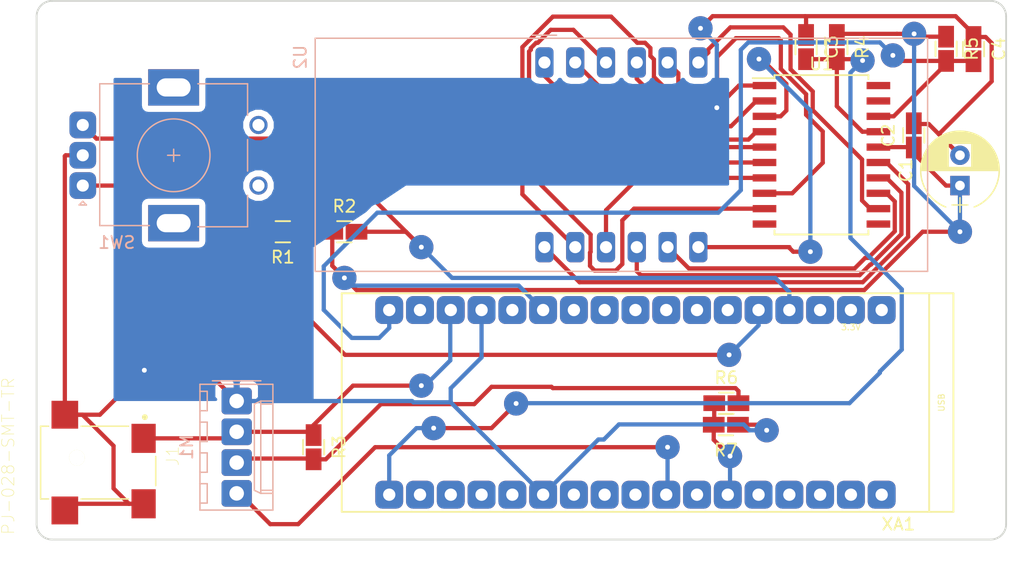
<source format=kicad_pcb>
(kicad_pcb (version 20171130) (host pcbnew "(5.1.4)-1")

  (general
    (thickness 1.6)
    (drawings 8)
    (tracks 296)
    (zones 0)
    (modules 17)
    (nets 49)
  )

  (page A4)
  (layers
    (0 F.Cu signal)
    (31 B.Cu signal)
    (32 B.Adhes user)
    (33 F.Adhes user)
    (34 B.Paste user)
    (35 F.Paste user)
    (36 B.SilkS user)
    (37 F.SilkS user)
    (38 B.Mask user)
    (39 F.Mask user)
    (40 Dwgs.User user)
    (41 Cmts.User user)
    (42 Eco1.User user)
    (43 Eco2.User user)
    (44 Edge.Cuts user)
    (45 Margin user)
    (46 B.CrtYd user)
    (47 F.CrtYd user)
    (48 B.Fab user)
    (49 F.Fab user)
  )

  (setup
    (last_trace_width 0.35)
    (trace_clearance 0.2)
    (zone_clearance 0.508)
    (zone_45_only no)
    (trace_min 0.2)
    (via_size 2)
    (via_drill 0.4)
    (via_min_size 0.4)
    (via_min_drill 0.3)
    (uvia_size 0.3)
    (uvia_drill 0.1)
    (uvias_allowed no)
    (uvia_min_size 0.2)
    (uvia_min_drill 0.1)
    (edge_width 0.15)
    (segment_width 0.2)
    (pcb_text_width 0.3)
    (pcb_text_size 1.5 1.5)
    (mod_edge_width 0.15)
    (mod_text_size 1 1)
    (mod_text_width 0.15)
    (pad_size 1.524 1.524)
    (pad_drill 0.762)
    (pad_to_mask_clearance 0.051)
    (solder_mask_min_width 0.25)
    (aux_axis_origin 147.193 157.4546)
    (visible_elements 7FFFFFFF)
    (pcbplotparams
      (layerselection 0x01000_ffffffff)
      (usegerberextensions false)
      (usegerberattributes false)
      (usegerberadvancedattributes false)
      (creategerberjobfile false)
      (excludeedgelayer true)
      (linewidth 0.100000)
      (plotframeref false)
      (viasonmask false)
      (mode 1)
      (useauxorigin true)
      (hpglpennumber 1)
      (hpglpenspeed 20)
      (hpglpendiameter 15.000000)
      (psnegative false)
      (psa4output false)
      (plotreference true)
      (plotvalue true)
      (plotinvisibletext false)
      (padsonsilk false)
      (subtractmaskfromsilk false)
      (outputformat 1)
      (mirror false)
      (drillshape 0)
      (scaleselection 1)
      (outputdirectory "gerbers/"))
  )

  (net 0 "")
  (net 1 GND)
  (net 2 +12V)
  (net 3 "Net-(M1-Pad3)")
  (net 4 "Net-(M1-Pad4)")
  (net 5 "Net-(R1-Pad2)")
  (net 6 /5V)
  (net 7 "Net-(R2-Pad2)")
  (net 8 "Net-(U1-Pad2)")
  (net 9 "Net-(U1-Pad3)")
  (net 10 "Net-(U1-Pad4)")
  (net 11 "Net-(U1-Pad5)")
  (net 12 "Net-(U1-Pad6)")
  (net 13 "Net-(U1-Pad7)")
  (net 14 "Net-(U1-Pad8)")
  (net 15 "Net-(U1-Pad9)")
  (net 16 "Net-(U1-Pad10)")
  (net 17 "Net-(U1-Pad11)")
  (net 18 "Net-(U1-Pad12)")
  (net 19 "Net-(U1-Pad13)")
  (net 20 "Net-(U1-Pad14)")
  (net 21 "Net-(U1-Pad15)")
  (net 22 /7S_IO)
  (net 23 /7S_CLK)
  (net 24 "Net-(U1-Pad19)")
  (net 25 "Net-(U1-Pad20)")
  (net 26 "Net-(XA1-PadRST2)")
  (net 27 "Net-(XA1-Pad3V3)")
  (net 28 "Net-(XA1-PadRST1)")
  (net 29 "Net-(XA1-PadSS)")
  (net 30 "Net-(XA1-PadD0)")
  (net 31 "Net-(XA1-PadD1)")
  (net 32 "Net-(XA1-PadD2)")
  (net 33 "Net-(XA1-PadD3)")
  (net 34 "Net-(XA1-PadD4)")
  (net 35 "Net-(XA1-PadD6)")
  (net 36 "Net-(XA1-PadD8)")
  (net 37 "Net-(XA1-PadD9)")
  (net 38 "Net-(XA1-PadD10)")
  (net 39 "Net-(XA1-PadAREF)")
  (net 40 "Net-(XA1-PadD11)")
  (net 41 "Net-(XA1-PadA2)")
  (net 42 "Net-(XA1-PadA3)")
  (net 43 "Net-(XA1-PadA4)")
  (net 44 "Net-(XA1-PadA5)")
  (net 45 "Net-(XA1-PadMISO)")
  (net 46 "Net-(R6-Pad1)")
  (net 47 "Net-(XA1-PadD13)")
  (net 48 "Net-(XA1-PadD12)")

  (net_class Default "This is the default net class."
    (clearance 0.2)
    (trace_width 0.35)
    (via_dia 2)
    (via_drill 0.4)
    (uvia_dia 0.3)
    (uvia_drill 0.1)
    (add_net +12V)
    (add_net /5V)
    (add_net /7S_CLK)
    (add_net /7S_IO)
    (add_net GND)
    (add_net "Net-(M1-Pad3)")
    (add_net "Net-(M1-Pad4)")
    (add_net "Net-(R1-Pad2)")
    (add_net "Net-(R2-Pad2)")
    (add_net "Net-(R6-Pad1)")
    (add_net "Net-(U1-Pad10)")
    (add_net "Net-(U1-Pad11)")
    (add_net "Net-(U1-Pad12)")
    (add_net "Net-(U1-Pad13)")
    (add_net "Net-(U1-Pad14)")
    (add_net "Net-(U1-Pad15)")
    (add_net "Net-(U1-Pad19)")
    (add_net "Net-(U1-Pad2)")
    (add_net "Net-(U1-Pad20)")
    (add_net "Net-(U1-Pad3)")
    (add_net "Net-(U1-Pad4)")
    (add_net "Net-(U1-Pad5)")
    (add_net "Net-(U1-Pad6)")
    (add_net "Net-(U1-Pad7)")
    (add_net "Net-(U1-Pad8)")
    (add_net "Net-(U1-Pad9)")
    (add_net "Net-(XA1-Pad3V3)")
    (add_net "Net-(XA1-PadA2)")
    (add_net "Net-(XA1-PadA3)")
    (add_net "Net-(XA1-PadA4)")
    (add_net "Net-(XA1-PadA5)")
    (add_net "Net-(XA1-PadAREF)")
    (add_net "Net-(XA1-PadD0)")
    (add_net "Net-(XA1-PadD1)")
    (add_net "Net-(XA1-PadD10)")
    (add_net "Net-(XA1-PadD11)")
    (add_net "Net-(XA1-PadD12)")
    (add_net "Net-(XA1-PadD13)")
    (add_net "Net-(XA1-PadD2)")
    (add_net "Net-(XA1-PadD3)")
    (add_net "Net-(XA1-PadD4)")
    (add_net "Net-(XA1-PadD6)")
    (add_net "Net-(XA1-PadD8)")
    (add_net "Net-(XA1-PadD9)")
    (add_net "Net-(XA1-PadMISO)")
    (add_net "Net-(XA1-PadRST1)")
    (add_net "Net-(XA1-PadRST2)")
    (add_net "Net-(XA1-PadSS)")
  )

  (module coddingtonbear:0805_Milling (layer F.Cu) (tedit 5A864972) (tstamp 5BE1265B)
    (at 204.2 148.0058 180)
    (descr "Resistor SMD 0805, reflow soldering, Vishay (see dcrcw.pdf)")
    (tags "resistor 0805")
    (path /5BE18FDD)
    (attr smd)
    (fp_text reference R7 (at 0 -2.1 180) (layer F.SilkS)
      (effects (font (size 1 1) (thickness 0.15)))
    )
    (fp_text value 10k (at 0 2.1 180) (layer F.Fab)
      (effects (font (size 1 1) (thickness 0.15)))
    )
    (fp_line (start 0.6 0.875) (end -0.6 0.875) (layer F.SilkS) (width 0.15))
    (fp_line (start -0.6 -0.875) (end 0.6 -0.875) (layer F.SilkS) (width 0.15))
    (pad 1 smd rect (at -1 0 180) (size 1.79 1.3) (layers F.Cu F.Paste F.Mask)
      (net 1 GND))
    (pad 2 smd rect (at 1 0 180) (size 1.79 1.3) (layers F.Cu F.Paste F.Mask)
      (net 46 "Net-(R6-Pad1)"))
    (model Resistors_SMD.3dshapes/R_0805.wrl
      (at (xyz 0 0 0))
      (scale (xyz 1 1 1))
      (rotate (xyz 0 0 0))
    )
  )

  (module coddingtonbear:0805_Milling (layer F.Cu) (tedit 5A864972) (tstamp 5BE12653)
    (at 204.2414 146.2278)
    (descr "Resistor SMD 0805, reflow soldering, Vishay (see dcrcw.pdf)")
    (tags "resistor 0805")
    (path /5BE18F60)
    (attr smd)
    (fp_text reference R6 (at 0 -2.1) (layer F.SilkS)
      (effects (font (size 1 1) (thickness 0.15)))
    )
    (fp_text value 27k (at 0 2.1) (layer F.Fab)
      (effects (font (size 1 1) (thickness 0.15)))
    )
    (fp_line (start 0.6 0.875) (end -0.6 0.875) (layer F.SilkS) (width 0.15))
    (fp_line (start -0.6 -0.875) (end 0.6 -0.875) (layer F.SilkS) (width 0.15))
    (pad 1 smd rect (at -1 0) (size 1.79 1.3) (layers F.Cu F.Paste F.Mask)
      (net 46 "Net-(R6-Pad1)"))
    (pad 2 smd rect (at 1 0) (size 1.79 1.3) (layers F.Cu F.Paste F.Mask)
      (net 3 "Net-(M1-Pad3)"))
    (model Resistors_SMD.3dshapes/R_0805.wrl
      (at (xyz 0 0 0))
      (scale (xyz 1 1 1))
      (rotate (xyz 0 0 0))
    )
  )

  (module Connector_Molex:Molex_KK-254_AE-6410-04A_1x04_P2.54mm_Vertical (layer B.Cu) (tedit 5BE0FD97) (tstamp 5BD8DA7D)
    (at 163.83 146.05 270)
    (descr "Molex KK-254 Interconnect System, old/engineering part number: AE-6410-04A example for new part number: 22-27-2041, 4 Pins (http://www.molex.com/pdm_docs/sd/022272021_sd.pdf), generated with kicad-footprint-generator")
    (tags "connector Molex KK-254 side entry")
    (path /5BCC886A)
    (fp_text reference M1 (at 3.81 4.12 270) (layer B.SilkS)
      (effects (font (size 1 1) (thickness 0.15)) (justify mirror))
    )
    (fp_text value Fan_4pin (at 3.81 -4.08 270) (layer B.Fab)
      (effects (font (size 1 1) (thickness 0.15)) (justify mirror))
    )
    (fp_line (start -1.27 2.92) (end -1.27 -2.88) (layer B.Fab) (width 0.1))
    (fp_line (start -1.27 -2.88) (end 8.89 -2.88) (layer B.Fab) (width 0.1))
    (fp_line (start 8.89 -2.88) (end 8.89 2.92) (layer B.Fab) (width 0.1))
    (fp_line (start 8.89 2.92) (end -1.27 2.92) (layer B.Fab) (width 0.1))
    (fp_line (start -1.38 3.03) (end -1.38 -2.99) (layer B.SilkS) (width 0.12))
    (fp_line (start -1.38 -2.99) (end 9 -2.99) (layer B.SilkS) (width 0.12))
    (fp_line (start 9 -2.99) (end 9 3.03) (layer B.SilkS) (width 0.12))
    (fp_line (start 9 3.03) (end -1.38 3.03) (layer B.SilkS) (width 0.12))
    (fp_line (start -1.67 2) (end -1.67 -2) (layer B.SilkS) (width 0.12))
    (fp_line (start -1.27 0.5) (end -0.562893 0) (layer B.Fab) (width 0.1))
    (fp_line (start -0.562893 0) (end -1.27 -0.5) (layer B.Fab) (width 0.1))
    (fp_line (start 0 -2.99) (end 0 -1.99) (layer B.SilkS) (width 0.12))
    (fp_line (start 0 -1.99) (end 7.62 -1.99) (layer B.SilkS) (width 0.12))
    (fp_line (start 7.62 -1.99) (end 7.62 -2.99) (layer B.SilkS) (width 0.12))
    (fp_line (start 0 -1.99) (end 0.25 -1.46) (layer B.SilkS) (width 0.12))
    (fp_line (start 0.25 -1.46) (end 7.37 -1.46) (layer B.SilkS) (width 0.12))
    (fp_line (start 7.37 -1.46) (end 7.62 -1.99) (layer B.SilkS) (width 0.12))
    (fp_line (start 0.25 -2.99) (end 0.25 -1.99) (layer B.SilkS) (width 0.12))
    (fp_line (start 7.37 -2.99) (end 7.37 -1.99) (layer B.SilkS) (width 0.12))
    (fp_line (start -0.8 3.03) (end -0.8 2.43) (layer B.SilkS) (width 0.12))
    (fp_line (start -0.8 2.43) (end 0.8 2.43) (layer B.SilkS) (width 0.12))
    (fp_line (start 0.8 2.43) (end 0.8 3.03) (layer B.SilkS) (width 0.12))
    (fp_line (start 1.74 3.03) (end 1.74 2.43) (layer B.SilkS) (width 0.12))
    (fp_line (start 1.74 2.43) (end 3.34 2.43) (layer B.SilkS) (width 0.12))
    (fp_line (start 3.34 2.43) (end 3.34 3.03) (layer B.SilkS) (width 0.12))
    (fp_line (start 4.28 3.03) (end 4.28 2.43) (layer B.SilkS) (width 0.12))
    (fp_line (start 4.28 2.43) (end 5.88 2.43) (layer B.SilkS) (width 0.12))
    (fp_line (start 5.88 2.43) (end 5.88 3.03) (layer B.SilkS) (width 0.12))
    (fp_line (start 6.82 3.03) (end 6.82 2.43) (layer B.SilkS) (width 0.12))
    (fp_line (start 6.82 2.43) (end 8.42 2.43) (layer B.SilkS) (width 0.12))
    (fp_line (start 8.42 2.43) (end 8.42 3.03) (layer B.SilkS) (width 0.12))
    (fp_line (start -1.77 3.42) (end -1.77 -3.38) (layer B.CrtYd) (width 0.05))
    (fp_line (start -1.77 -3.38) (end 9.39 -3.38) (layer B.CrtYd) (width 0.05))
    (fp_line (start 9.39 -3.38) (end 9.39 3.42) (layer B.CrtYd) (width 0.05))
    (fp_line (start 9.39 3.42) (end -1.77 3.42) (layer B.CrtYd) (width 0.05))
    (fp_text user %R (at 3.81 2.22 270) (layer B.Fab)
      (effects (font (size 1 1) (thickness 0.15)) (justify mirror))
    )
    (pad 1 thru_hole roundrect (at 0 0 270) (size 2.2 2.5) (drill 1.2) (layers *.Cu *.Mask) (roundrect_rratio 0.144)
      (net 1 GND))
    (pad 2 thru_hole roundrect (at 2.54 0 270) (size 2.2 2.5) (drill 1.2) (layers *.Cu *.Mask) (roundrect_rratio 0.144)
      (net 2 +12V))
    (pad 3 thru_hole roundrect (at 5.08 0 270) (size 2.2 2.5) (drill 1.2) (layers *.Cu *.Mask) (roundrect_rratio 0.144)
      (net 3 "Net-(M1-Pad3)"))
    (pad 4 thru_hole roundrect (at 7.62 0 270) (size 2.2 2.5) (drill 1.2) (layers *.Cu *.Mask) (roundrect_rratio 0.144)
      (net 4 "Net-(M1-Pad4)"))
    (model ${KISYS3DMOD}/Connector_Molex.3dshapes/Molex_KK-254_AE-6410-04A_1x04_P2.54mm_Vertical.wrl
      (at (xyz 0 0 0))
      (scale (xyz 1 1 1))
      (rotate (xyz 0 0 0))
    )
  )

  (module Display_7Segment:CA56-12CGKWA locked (layer B.Cu) (tedit 5BE0FD3B) (tstamp 5BD8DAF3)
    (at 189.23 118.11 270)
    (descr "4 digit 7 segment green LED, http://www.kingbright.com/attachments/file/psearch/000/00/00/CA56-12CGKWA(Ver.9A).pdf")
    (tags "4 digit 7 segment green LED")
    (path /5BCDF577)
    (fp_text reference U2 (at -0.44 20.15 270) (layer B.SilkS)
      (effects (font (size 1 1) (thickness 0.15)) (justify mirror))
    )
    (fp_text value CA56-12CGKWA (at 3.5 -32.92 270) (layer B.Fab)
      (effects (font (size 1 1) (thickness 0.15)) (justify mirror))
    )
    (fp_line (start -2 18.92) (end 17.24 18.92) (layer B.SilkS) (width 0.12))
    (fp_line (start -2 18.92) (end -2 -31.62) (layer B.SilkS) (width 0.12))
    (fp_line (start -2 -31.62) (end 17.24 -31.62) (layer B.SilkS) (width 0.12))
    (fp_line (start 17.24 -31.62) (end 17.24 18.92) (layer B.SilkS) (width 0.12))
    (fp_line (start -1.88 -1) (end -0.88 0) (layer B.Fab) (width 0.1))
    (fp_line (start -0.88 0) (end -1.88 1) (layer B.Fab) (width 0.1))
    (fp_line (start -1.88 1) (end -1.88 18.8) (layer B.Fab) (width 0.1))
    (fp_line (start -2.13 19.05) (end 17.37 19.05) (layer B.CrtYd) (width 0.05))
    (fp_line (start 17.37 19.05) (end 17.37 -31.75) (layer B.CrtYd) (width 0.05))
    (fp_line (start 17.37 -31.75) (end -2.13 -31.75) (layer B.CrtYd) (width 0.05))
    (fp_line (start -2.13 -31.75) (end -2.13 19.05) (layer B.CrtYd) (width 0.05))
    (fp_line (start -2.25 1) (end -2.25 -1) (layer B.SilkS) (width 0.12))
    (fp_line (start -1.88 18.8) (end 17.12 18.8) (layer B.Fab) (width 0.1))
    (fp_line (start 17.12 18.8) (end 17.12 -31.5) (layer B.Fab) (width 0.1))
    (fp_line (start -1.88 -31.5) (end 17.12 -31.5) (layer B.Fab) (width 0.1))
    (fp_line (start -1.88 -1) (end -1.88 -31.5) (layer B.Fab) (width 0.1))
    (fp_text user %R (at 8.128 -6.604 270) (layer B.Fab)
      (effects (font (size 1 1) (thickness 0.15)) (justify mirror))
    )
    (pad 1 thru_hole roundrect (at 0 0 270) (size 2.5 1.5) (drill 1) (layers *.Cu *.Mask) (roundrect_rratio 0.25)
      (net 12 "Net-(U1-Pad6)"))
    (pad 2 thru_hole roundrect (at 0 -2.54 270) (size 2.5 1.5) (drill 1) (layers *.Cu *.Mask) (roundrect_rratio 0.25)
      (net 11 "Net-(U1-Pad5)"))
    (pad 3 thru_hole roundrect (at 0 -5.08 270) (size 2.5 1.5) (drill 1) (layers *.Cu *.Mask) (roundrect_rratio 0.25)
      (net 15 "Net-(U1-Pad9)"))
    (pad 4 thru_hole roundrect (at 0 -7.62 270) (size 2.5 1.5) (drill 1) (layers *.Cu *.Mask) (roundrect_rratio 0.25)
      (net 10 "Net-(U1-Pad4)"))
    (pad 5 thru_hole roundrect (at 0 -10.16 270) (size 2.5 1.5) (drill 1) (layers *.Cu *.Mask) (roundrect_rratio 0.25)
      (net 14 "Net-(U1-Pad8)"))
    (pad 6 thru_hole roundrect (at 0 -12.7 270) (size 2.5 1.5) (drill 1) (layers *.Cu *.Mask) (roundrect_rratio 0.25)
      (net 18 "Net-(U1-Pad12)"))
    (pad 7 thru_hole roundrect (at 15.24 -12.7 270) (size 2.5 1.5) (drill 1) (layers *.Cu *.Mask) (roundrect_rratio 0.25)
      (net 9 "Net-(U1-Pad3)"))
    (pad 8 thru_hole roundrect (at 15.24 -10.16 270) (size 2.5 1.5) (drill 1) (layers *.Cu *.Mask) (roundrect_rratio 0.25)
      (net 19 "Net-(U1-Pad13)"))
    (pad 9 thru_hole roundrect (at 15.24 -7.62 270) (size 2.5 1.5) (drill 1) (layers *.Cu *.Mask) (roundrect_rratio 0.25)
      (net 20 "Net-(U1-Pad14)"))
    (pad 10 thru_hole roundrect (at 15.24 -5.08 270) (size 2.5 1.5) (drill 1) (layers *.Cu *.Mask) (roundrect_rratio 0.25)
      (net 13 "Net-(U1-Pad7)"))
    (pad 11 thru_hole roundrect (at 15.24 -2.54 270) (size 2.5 1.5) (drill 1) (layers *.Cu *.Mask) (roundrect_rratio 0.25)
      (net 8 "Net-(U1-Pad2)"))
    (pad 12 thru_hole roundrect (at 15.24 0 270) (size 2.5 1.5) (drill 1) (layers *.Cu *.Mask) (roundrect_rratio 0.25)
      (net 21 "Net-(U1-Pad15)"))
    (model ${KISYS3DMOD}/Display_7Segment.3dshapes/CA56-12CGKWA.wrl
      (at (xyz 0 0 0))
      (scale (xyz 1 1 1))
      (rotate (xyz 0 0 0))
    )
  )

  (module coddingtonbear:0805_Milling (layer F.Cu) (tedit 5A864972) (tstamp 5BD906B2)
    (at 222.377 116.983 270)
    (descr "Resistor SMD 0805, reflow soldering, Vishay (see dcrcw.pdf)")
    (tags "resistor 0805")
    (path /5BD62940)
    (attr smd)
    (fp_text reference R5 (at 0 -2.1 270) (layer F.SilkS)
      (effects (font (size 1 1) (thickness 0.15)))
    )
    (fp_text value 10k (at 0 2.1 270) (layer F.Fab)
      (effects (font (size 1 1) (thickness 0.15)))
    )
    (fp_line (start 0.6 0.875) (end -0.6 0.875) (layer F.SilkS) (width 0.15))
    (fp_line (start -0.6 -0.875) (end 0.6 -0.875) (layer F.SilkS) (width 0.15))
    (pad 1 smd rect (at -1 0 270) (size 1.79 1.3) (layers F.Cu F.Paste F.Mask)
      (net 6 /5V))
    (pad 2 smd rect (at 1 0 270) (size 1.79 1.3) (layers F.Cu F.Paste F.Mask)
      (net 23 /7S_CLK))
    (model Resistors_SMD.3dshapes/R_0805.wrl
      (at (xyz 0 0 0))
      (scale (xyz 1 1 1))
      (rotate (xyz 0 0 0))
    )
  )

  (module coddingtonbear:0805_Milling (layer F.Cu) (tedit 5A864972) (tstamp 5BD91967)
    (at 213.36 116.84 270)
    (descr "Resistor SMD 0805, reflow soldering, Vishay (see dcrcw.pdf)")
    (tags "resistor 0805")
    (path /5BD6582F)
    (attr smd)
    (fp_text reference R4 (at 0 -2.1 270) (layer F.SilkS)
      (effects (font (size 1 1) (thickness 0.15)))
    )
    (fp_text value 10k (at 0 2.1 270) (layer F.Fab)
      (effects (font (size 1 1) (thickness 0.15)))
    )
    (fp_line (start 0.6 0.875) (end -0.6 0.875) (layer F.SilkS) (width 0.15))
    (fp_line (start -0.6 -0.875) (end 0.6 -0.875) (layer F.SilkS) (width 0.15))
    (pad 1 smd rect (at -1 0 270) (size 1.79 1.3) (layers F.Cu F.Paste F.Mask)
      (net 6 /5V))
    (pad 2 smd rect (at 1 0 270) (size 1.79 1.3) (layers F.Cu F.Paste F.Mask)
      (net 22 /7S_IO))
    (model Resistors_SMD.3dshapes/R_0805.wrl
      (at (xyz 0 0 0))
      (scale (xyz 1 1 1))
      (rotate (xyz 0 0 0))
    )
  )

  (module coddingtonbear:0805_Milling (layer F.Cu) (tedit 5A864972) (tstamp 5BD90681)
    (at 170.18 149.86 270)
    (descr "Resistor SMD 0805, reflow soldering, Vishay (see dcrcw.pdf)")
    (tags "resistor 0805")
    (path /5BCCBA37)
    (attr smd)
    (fp_text reference R3 (at 0 -2.1 270) (layer F.SilkS)
      (effects (font (size 1 1) (thickness 0.15)))
    )
    (fp_text value 10k (at 0 2.1 270) (layer F.Fab)
      (effects (font (size 1 1) (thickness 0.15)))
    )
    (fp_line (start 0.6 0.875) (end -0.6 0.875) (layer F.SilkS) (width 0.15))
    (fp_line (start -0.6 -0.875) (end 0.6 -0.875) (layer F.SilkS) (width 0.15))
    (pad 1 smd rect (at -1 0 270) (size 1.79 1.3) (layers F.Cu F.Paste F.Mask)
      (net 2 +12V))
    (pad 2 smd rect (at 1 0 270) (size 1.79 1.3) (layers F.Cu F.Paste F.Mask)
      (net 3 "Net-(M1-Pad3)"))
    (model Resistors_SMD.3dshapes/R_0805.wrl
      (at (xyz 0 0 0))
      (scale (xyz 1 1 1))
      (rotate (xyz 0 0 0))
    )
  )

  (module coddingtonbear:0805_Milling (layer F.Cu) (tedit 5A864972) (tstamp 5BD90671)
    (at 172.72 132.08)
    (descr "Resistor SMD 0805, reflow soldering, Vishay (see dcrcw.pdf)")
    (tags "resistor 0805")
    (path /5BCCD17E)
    (attr smd)
    (fp_text reference R2 (at 0 -2.1) (layer F.SilkS)
      (effects (font (size 1 1) (thickness 0.15)))
    )
    (fp_text value 10k (at 0 2.1) (layer F.Fab)
      (effects (font (size 1 1) (thickness 0.15)))
    )
    (fp_line (start 0.6 0.875) (end -0.6 0.875) (layer F.SilkS) (width 0.15))
    (fp_line (start -0.6 -0.875) (end 0.6 -0.875) (layer F.SilkS) (width 0.15))
    (pad 1 smd rect (at -1 0) (size 1.79 1.3) (layers F.Cu F.Paste F.Mask)
      (net 6 /5V))
    (pad 2 smd rect (at 1 0) (size 1.79 1.3) (layers F.Cu F.Paste F.Mask)
      (net 7 "Net-(R2-Pad2)"))
    (model Resistors_SMD.3dshapes/R_0805.wrl
      (at (xyz 0 0 0))
      (scale (xyz 1 1 1))
      (rotate (xyz 0 0 0))
    )
  )

  (module coddingtonbear:0805_Milling (layer F.Cu) (tedit 5A864972) (tstamp 5BD90661)
    (at 167.64 132.08 180)
    (descr "Resistor SMD 0805, reflow soldering, Vishay (see dcrcw.pdf)")
    (tags "resistor 0805")
    (path /5BCCD0CA)
    (attr smd)
    (fp_text reference R1 (at 0 -2.1 180) (layer F.SilkS)
      (effects (font (size 1 1) (thickness 0.15)))
    )
    (fp_text value 10k (at 0 2.1 180) (layer F.Fab)
      (effects (font (size 1 1) (thickness 0.15)))
    )
    (fp_line (start 0.6 0.875) (end -0.6 0.875) (layer F.SilkS) (width 0.15))
    (fp_line (start -0.6 -0.875) (end 0.6 -0.875) (layer F.SilkS) (width 0.15))
    (pad 1 smd rect (at -1 0 180) (size 1.79 1.3) (layers F.Cu F.Paste F.Mask)
      (net 6 /5V))
    (pad 2 smd rect (at 1 0 180) (size 1.79 1.3) (layers F.Cu F.Paste F.Mask)
      (net 5 "Net-(R1-Pad2)"))
    (model Resistors_SMD.3dshapes/R_0805.wrl
      (at (xyz 0 0 0))
      (scale (xyz 1 1 1))
      (rotate (xyz 0 0 0))
    )
  )

  (module coddingtonbear:0805_Milling (layer F.Cu) (tedit 5A864972) (tstamp 5BD910D6)
    (at 224.6376 117.0084 270)
    (descr "Resistor SMD 0805, reflow soldering, Vishay (see dcrcw.pdf)")
    (tags "resistor 0805")
    (path /5BD688AC)
    (attr smd)
    (fp_text reference C4 (at 0 -2.1 270) (layer F.SilkS)
      (effects (font (size 1 1) (thickness 0.15)))
    )
    (fp_text value 100pF (at 0 2.1 270) (layer F.Fab)
      (effects (font (size 1 1) (thickness 0.15)))
    )
    (fp_line (start 0.6 0.875) (end -0.6 0.875) (layer F.SilkS) (width 0.15))
    (fp_line (start -0.6 -0.875) (end 0.6 -0.875) (layer F.SilkS) (width 0.15))
    (pad 1 smd rect (at -1 0 270) (size 1.79 1.3) (layers F.Cu F.Paste F.Mask)
      (net 1 GND))
    (pad 2 smd rect (at 1 0 270) (size 1.79 1.3) (layers F.Cu F.Paste F.Mask)
      (net 23 /7S_CLK))
    (model Resistors_SMD.3dshapes/R_0805.wrl
      (at (xyz 0 0 0))
      (scale (xyz 1 1 1))
      (rotate (xyz 0 0 0))
    )
  )

  (module coddingtonbear:0805_Milling (layer F.Cu) (tedit 5A864972) (tstamp 5BD9064F)
    (at 210.82 116.84 270)
    (descr "Resistor SMD 0805, reflow soldering, Vishay (see dcrcw.pdf)")
    (tags "resistor 0805")
    (path /5BD7521D)
    (attr smd)
    (fp_text reference C3 (at 0 -2.1 270) (layer F.SilkS)
      (effects (font (size 1 1) (thickness 0.15)))
    )
    (fp_text value 100pF (at 0 2.1 270) (layer F.Fab)
      (effects (font (size 1 1) (thickness 0.15)))
    )
    (fp_line (start 0.6 0.875) (end -0.6 0.875) (layer F.SilkS) (width 0.15))
    (fp_line (start -0.6 -0.875) (end 0.6 -0.875) (layer F.SilkS) (width 0.15))
    (pad 1 smd rect (at -1 0 270) (size 1.79 1.3) (layers F.Cu F.Paste F.Mask)
      (net 1 GND))
    (pad 2 smd rect (at 1 0 270) (size 1.79 1.3) (layers F.Cu F.Paste F.Mask)
      (net 22 /7S_IO))
    (model Resistors_SMD.3dshapes/R_0805.wrl
      (at (xyz 0 0 0))
      (scale (xyz 1 1 1))
      (rotate (xyz 0 0 0))
    )
  )

  (module coddingtonbear:0805_Milling (layer F.Cu) (tedit 5A864972) (tstamp 5BD9063E)
    (at 219.71 124.1275 90)
    (descr "Resistor SMD 0805, reflow soldering, Vishay (see dcrcw.pdf)")
    (tags "resistor 0805")
    (path /5BD8E2D1)
    (attr smd)
    (fp_text reference C2 (at 0 -2.1 90) (layer F.SilkS)
      (effects (font (size 1 1) (thickness 0.15)))
    )
    (fp_text value 0.1uF (at 0 2.1 90) (layer F.Fab)
      (effects (font (size 1 1) (thickness 0.15)))
    )
    (fp_line (start 0.6 0.875) (end -0.6 0.875) (layer F.SilkS) (width 0.15))
    (fp_line (start -0.6 -0.875) (end 0.6 -0.875) (layer F.SilkS) (width 0.15))
    (pad 1 smd rect (at -1 0 90) (size 1.79 1.3) (layers F.Cu F.Paste F.Mask)
      (net 6 /5V))
    (pad 2 smd rect (at 1 0 90) (size 1.79 1.3) (layers F.Cu F.Paste F.Mask)
      (net 1 GND))
    (model Resistors_SMD.3dshapes/R_0805.wrl
      (at (xyz 0 0 0))
      (scale (xyz 1 1 1))
      (rotate (xyz 0 0 0))
    )
  )

  (module Capacitors_THT:CP_Radial_D6.3mm_P2.50mm (layer F.Cu) (tedit 597BC7C2) (tstamp 5BD9133E)
    (at 223.52 128.27 90)
    (descr "CP, Radial series, Radial, pin pitch=2.50mm, , diameter=6.3mm, Electrolytic Capacitor")
    (tags "CP Radial series Radial pin pitch 2.50mm  diameter 6.3mm Electrolytic Capacitor")
    (path /5BD84599)
    (fp_text reference C1 (at 1.25 -4.46 90) (layer F.SilkS)
      (effects (font (size 1 1) (thickness 0.15)))
    )
    (fp_text value 100uF (at 1.25 4.46 90) (layer F.Fab)
      (effects (font (size 1 1) (thickness 0.15)))
    )
    (fp_arc (start 1.25 0) (end -1.767482 -1.18) (angle 137.3) (layer F.SilkS) (width 0.12))
    (fp_arc (start 1.25 0) (end -1.767482 1.18) (angle -137.3) (layer F.SilkS) (width 0.12))
    (fp_arc (start 1.25 0) (end 4.267482 -1.18) (angle 42.7) (layer F.SilkS) (width 0.12))
    (fp_circle (center 1.25 0) (end 4.4 0) (layer F.Fab) (width 0.1))
    (fp_line (start -2.2 0) (end -1 0) (layer F.Fab) (width 0.1))
    (fp_line (start -1.6 -0.65) (end -1.6 0.65) (layer F.Fab) (width 0.1))
    (fp_line (start 1.25 -3.2) (end 1.25 3.2) (layer F.SilkS) (width 0.12))
    (fp_line (start 1.29 -3.2) (end 1.29 3.2) (layer F.SilkS) (width 0.12))
    (fp_line (start 1.33 -3.2) (end 1.33 3.2) (layer F.SilkS) (width 0.12))
    (fp_line (start 1.37 -3.198) (end 1.37 3.198) (layer F.SilkS) (width 0.12))
    (fp_line (start 1.41 -3.197) (end 1.41 3.197) (layer F.SilkS) (width 0.12))
    (fp_line (start 1.45 -3.194) (end 1.45 3.194) (layer F.SilkS) (width 0.12))
    (fp_line (start 1.49 -3.192) (end 1.49 3.192) (layer F.SilkS) (width 0.12))
    (fp_line (start 1.53 -3.188) (end 1.53 -0.98) (layer F.SilkS) (width 0.12))
    (fp_line (start 1.53 0.98) (end 1.53 3.188) (layer F.SilkS) (width 0.12))
    (fp_line (start 1.57 -3.185) (end 1.57 -0.98) (layer F.SilkS) (width 0.12))
    (fp_line (start 1.57 0.98) (end 1.57 3.185) (layer F.SilkS) (width 0.12))
    (fp_line (start 1.61 -3.18) (end 1.61 -0.98) (layer F.SilkS) (width 0.12))
    (fp_line (start 1.61 0.98) (end 1.61 3.18) (layer F.SilkS) (width 0.12))
    (fp_line (start 1.65 -3.176) (end 1.65 -0.98) (layer F.SilkS) (width 0.12))
    (fp_line (start 1.65 0.98) (end 1.65 3.176) (layer F.SilkS) (width 0.12))
    (fp_line (start 1.69 -3.17) (end 1.69 -0.98) (layer F.SilkS) (width 0.12))
    (fp_line (start 1.69 0.98) (end 1.69 3.17) (layer F.SilkS) (width 0.12))
    (fp_line (start 1.73 -3.165) (end 1.73 -0.98) (layer F.SilkS) (width 0.12))
    (fp_line (start 1.73 0.98) (end 1.73 3.165) (layer F.SilkS) (width 0.12))
    (fp_line (start 1.77 -3.158) (end 1.77 -0.98) (layer F.SilkS) (width 0.12))
    (fp_line (start 1.77 0.98) (end 1.77 3.158) (layer F.SilkS) (width 0.12))
    (fp_line (start 1.81 -3.152) (end 1.81 -0.98) (layer F.SilkS) (width 0.12))
    (fp_line (start 1.81 0.98) (end 1.81 3.152) (layer F.SilkS) (width 0.12))
    (fp_line (start 1.85 -3.144) (end 1.85 -0.98) (layer F.SilkS) (width 0.12))
    (fp_line (start 1.85 0.98) (end 1.85 3.144) (layer F.SilkS) (width 0.12))
    (fp_line (start 1.89 -3.137) (end 1.89 -0.98) (layer F.SilkS) (width 0.12))
    (fp_line (start 1.89 0.98) (end 1.89 3.137) (layer F.SilkS) (width 0.12))
    (fp_line (start 1.93 -3.128) (end 1.93 -0.98) (layer F.SilkS) (width 0.12))
    (fp_line (start 1.93 0.98) (end 1.93 3.128) (layer F.SilkS) (width 0.12))
    (fp_line (start 1.971 -3.119) (end 1.971 -0.98) (layer F.SilkS) (width 0.12))
    (fp_line (start 1.971 0.98) (end 1.971 3.119) (layer F.SilkS) (width 0.12))
    (fp_line (start 2.011 -3.11) (end 2.011 -0.98) (layer F.SilkS) (width 0.12))
    (fp_line (start 2.011 0.98) (end 2.011 3.11) (layer F.SilkS) (width 0.12))
    (fp_line (start 2.051 -3.1) (end 2.051 -0.98) (layer F.SilkS) (width 0.12))
    (fp_line (start 2.051 0.98) (end 2.051 3.1) (layer F.SilkS) (width 0.12))
    (fp_line (start 2.091 -3.09) (end 2.091 -0.98) (layer F.SilkS) (width 0.12))
    (fp_line (start 2.091 0.98) (end 2.091 3.09) (layer F.SilkS) (width 0.12))
    (fp_line (start 2.131 -3.079) (end 2.131 -0.98) (layer F.SilkS) (width 0.12))
    (fp_line (start 2.131 0.98) (end 2.131 3.079) (layer F.SilkS) (width 0.12))
    (fp_line (start 2.171 -3.067) (end 2.171 -0.98) (layer F.SilkS) (width 0.12))
    (fp_line (start 2.171 0.98) (end 2.171 3.067) (layer F.SilkS) (width 0.12))
    (fp_line (start 2.211 -3.055) (end 2.211 -0.98) (layer F.SilkS) (width 0.12))
    (fp_line (start 2.211 0.98) (end 2.211 3.055) (layer F.SilkS) (width 0.12))
    (fp_line (start 2.251 -3.042) (end 2.251 -0.98) (layer F.SilkS) (width 0.12))
    (fp_line (start 2.251 0.98) (end 2.251 3.042) (layer F.SilkS) (width 0.12))
    (fp_line (start 2.291 -3.029) (end 2.291 -0.98) (layer F.SilkS) (width 0.12))
    (fp_line (start 2.291 0.98) (end 2.291 3.029) (layer F.SilkS) (width 0.12))
    (fp_line (start 2.331 -3.015) (end 2.331 -0.98) (layer F.SilkS) (width 0.12))
    (fp_line (start 2.331 0.98) (end 2.331 3.015) (layer F.SilkS) (width 0.12))
    (fp_line (start 2.371 -3.001) (end 2.371 -0.98) (layer F.SilkS) (width 0.12))
    (fp_line (start 2.371 0.98) (end 2.371 3.001) (layer F.SilkS) (width 0.12))
    (fp_line (start 2.411 -2.986) (end 2.411 -0.98) (layer F.SilkS) (width 0.12))
    (fp_line (start 2.411 0.98) (end 2.411 2.986) (layer F.SilkS) (width 0.12))
    (fp_line (start 2.451 -2.97) (end 2.451 -0.98) (layer F.SilkS) (width 0.12))
    (fp_line (start 2.451 0.98) (end 2.451 2.97) (layer F.SilkS) (width 0.12))
    (fp_line (start 2.491 -2.954) (end 2.491 -0.98) (layer F.SilkS) (width 0.12))
    (fp_line (start 2.491 0.98) (end 2.491 2.954) (layer F.SilkS) (width 0.12))
    (fp_line (start 2.531 -2.937) (end 2.531 -0.98) (layer F.SilkS) (width 0.12))
    (fp_line (start 2.531 0.98) (end 2.531 2.937) (layer F.SilkS) (width 0.12))
    (fp_line (start 2.571 -2.919) (end 2.571 -0.98) (layer F.SilkS) (width 0.12))
    (fp_line (start 2.571 0.98) (end 2.571 2.919) (layer F.SilkS) (width 0.12))
    (fp_line (start 2.611 -2.901) (end 2.611 -0.98) (layer F.SilkS) (width 0.12))
    (fp_line (start 2.611 0.98) (end 2.611 2.901) (layer F.SilkS) (width 0.12))
    (fp_line (start 2.651 -2.882) (end 2.651 -0.98) (layer F.SilkS) (width 0.12))
    (fp_line (start 2.651 0.98) (end 2.651 2.882) (layer F.SilkS) (width 0.12))
    (fp_line (start 2.691 -2.863) (end 2.691 -0.98) (layer F.SilkS) (width 0.12))
    (fp_line (start 2.691 0.98) (end 2.691 2.863) (layer F.SilkS) (width 0.12))
    (fp_line (start 2.731 -2.843) (end 2.731 -0.98) (layer F.SilkS) (width 0.12))
    (fp_line (start 2.731 0.98) (end 2.731 2.843) (layer F.SilkS) (width 0.12))
    (fp_line (start 2.771 -2.822) (end 2.771 -0.98) (layer F.SilkS) (width 0.12))
    (fp_line (start 2.771 0.98) (end 2.771 2.822) (layer F.SilkS) (width 0.12))
    (fp_line (start 2.811 -2.8) (end 2.811 -0.98) (layer F.SilkS) (width 0.12))
    (fp_line (start 2.811 0.98) (end 2.811 2.8) (layer F.SilkS) (width 0.12))
    (fp_line (start 2.851 -2.778) (end 2.851 -0.98) (layer F.SilkS) (width 0.12))
    (fp_line (start 2.851 0.98) (end 2.851 2.778) (layer F.SilkS) (width 0.12))
    (fp_line (start 2.891 -2.755) (end 2.891 -0.98) (layer F.SilkS) (width 0.12))
    (fp_line (start 2.891 0.98) (end 2.891 2.755) (layer F.SilkS) (width 0.12))
    (fp_line (start 2.931 -2.731) (end 2.931 -0.98) (layer F.SilkS) (width 0.12))
    (fp_line (start 2.931 0.98) (end 2.931 2.731) (layer F.SilkS) (width 0.12))
    (fp_line (start 2.971 -2.706) (end 2.971 -0.98) (layer F.SilkS) (width 0.12))
    (fp_line (start 2.971 0.98) (end 2.971 2.706) (layer F.SilkS) (width 0.12))
    (fp_line (start 3.011 -2.681) (end 3.011 -0.98) (layer F.SilkS) (width 0.12))
    (fp_line (start 3.011 0.98) (end 3.011 2.681) (layer F.SilkS) (width 0.12))
    (fp_line (start 3.051 -2.654) (end 3.051 -0.98) (layer F.SilkS) (width 0.12))
    (fp_line (start 3.051 0.98) (end 3.051 2.654) (layer F.SilkS) (width 0.12))
    (fp_line (start 3.091 -2.627) (end 3.091 -0.98) (layer F.SilkS) (width 0.12))
    (fp_line (start 3.091 0.98) (end 3.091 2.627) (layer F.SilkS) (width 0.12))
    (fp_line (start 3.131 -2.599) (end 3.131 -0.98) (layer F.SilkS) (width 0.12))
    (fp_line (start 3.131 0.98) (end 3.131 2.599) (layer F.SilkS) (width 0.12))
    (fp_line (start 3.171 -2.57) (end 3.171 -0.98) (layer F.SilkS) (width 0.12))
    (fp_line (start 3.171 0.98) (end 3.171 2.57) (layer F.SilkS) (width 0.12))
    (fp_line (start 3.211 -2.54) (end 3.211 -0.98) (layer F.SilkS) (width 0.12))
    (fp_line (start 3.211 0.98) (end 3.211 2.54) (layer F.SilkS) (width 0.12))
    (fp_line (start 3.251 -2.51) (end 3.251 -0.98) (layer F.SilkS) (width 0.12))
    (fp_line (start 3.251 0.98) (end 3.251 2.51) (layer F.SilkS) (width 0.12))
    (fp_line (start 3.291 -2.478) (end 3.291 -0.98) (layer F.SilkS) (width 0.12))
    (fp_line (start 3.291 0.98) (end 3.291 2.478) (layer F.SilkS) (width 0.12))
    (fp_line (start 3.331 -2.445) (end 3.331 -0.98) (layer F.SilkS) (width 0.12))
    (fp_line (start 3.331 0.98) (end 3.331 2.445) (layer F.SilkS) (width 0.12))
    (fp_line (start 3.371 -2.411) (end 3.371 -0.98) (layer F.SilkS) (width 0.12))
    (fp_line (start 3.371 0.98) (end 3.371 2.411) (layer F.SilkS) (width 0.12))
    (fp_line (start 3.411 -2.375) (end 3.411 -0.98) (layer F.SilkS) (width 0.12))
    (fp_line (start 3.411 0.98) (end 3.411 2.375) (layer F.SilkS) (width 0.12))
    (fp_line (start 3.451 -2.339) (end 3.451 -0.98) (layer F.SilkS) (width 0.12))
    (fp_line (start 3.451 0.98) (end 3.451 2.339) (layer F.SilkS) (width 0.12))
    (fp_line (start 3.491 -2.301) (end 3.491 2.301) (layer F.SilkS) (width 0.12))
    (fp_line (start 3.531 -2.262) (end 3.531 2.262) (layer F.SilkS) (width 0.12))
    (fp_line (start 3.571 -2.222) (end 3.571 2.222) (layer F.SilkS) (width 0.12))
    (fp_line (start 3.611 -2.18) (end 3.611 2.18) (layer F.SilkS) (width 0.12))
    (fp_line (start 3.651 -2.137) (end 3.651 2.137) (layer F.SilkS) (width 0.12))
    (fp_line (start 3.691 -2.092) (end 3.691 2.092) (layer F.SilkS) (width 0.12))
    (fp_line (start 3.731 -2.045) (end 3.731 2.045) (layer F.SilkS) (width 0.12))
    (fp_line (start 3.771 -1.997) (end 3.771 1.997) (layer F.SilkS) (width 0.12))
    (fp_line (start 3.811 -1.946) (end 3.811 1.946) (layer F.SilkS) (width 0.12))
    (fp_line (start 3.851 -1.894) (end 3.851 1.894) (layer F.SilkS) (width 0.12))
    (fp_line (start 3.891 -1.839) (end 3.891 1.839) (layer F.SilkS) (width 0.12))
    (fp_line (start 3.931 -1.781) (end 3.931 1.781) (layer F.SilkS) (width 0.12))
    (fp_line (start 3.971 -1.721) (end 3.971 1.721) (layer F.SilkS) (width 0.12))
    (fp_line (start 4.011 -1.658) (end 4.011 1.658) (layer F.SilkS) (width 0.12))
    (fp_line (start 4.051 -1.591) (end 4.051 1.591) (layer F.SilkS) (width 0.12))
    (fp_line (start 4.091 -1.52) (end 4.091 1.52) (layer F.SilkS) (width 0.12))
    (fp_line (start 4.131 -1.445) (end 4.131 1.445) (layer F.SilkS) (width 0.12))
    (fp_line (start 4.171 -1.364) (end 4.171 1.364) (layer F.SilkS) (width 0.12))
    (fp_line (start 4.211 -1.278) (end 4.211 1.278) (layer F.SilkS) (width 0.12))
    (fp_line (start 4.251 -1.184) (end 4.251 1.184) (layer F.SilkS) (width 0.12))
    (fp_line (start 4.291 -1.081) (end 4.291 1.081) (layer F.SilkS) (width 0.12))
    (fp_line (start 4.331 -0.966) (end 4.331 0.966) (layer F.SilkS) (width 0.12))
    (fp_line (start 4.371 -0.834) (end 4.371 0.834) (layer F.SilkS) (width 0.12))
    (fp_line (start 4.411 -0.676) (end 4.411 0.676) (layer F.SilkS) (width 0.12))
    (fp_line (start 4.451 -0.468) (end 4.451 0.468) (layer F.SilkS) (width 0.12))
    (fp_line (start -2.2 0) (end -1 0) (layer F.SilkS) (width 0.12))
    (fp_line (start -1.6 -0.65) (end -1.6 0.65) (layer F.SilkS) (width 0.12))
    (fp_line (start -2.25 -3.5) (end -2.25 3.5) (layer F.CrtYd) (width 0.05))
    (fp_line (start -2.25 3.5) (end 4.75 3.5) (layer F.CrtYd) (width 0.05))
    (fp_line (start 4.75 3.5) (end 4.75 -3.5) (layer F.CrtYd) (width 0.05))
    (fp_line (start 4.75 -3.5) (end -2.25 -3.5) (layer F.CrtYd) (width 0.05))
    (fp_text user %R (at 1.25 0 90) (layer F.Fab)
      (effects (font (size 1 1) (thickness 0.15)))
    )
    (pad 1 thru_hole rect (at 0 0 90) (size 1.6 1.6) (drill 0.8) (layers *.Cu *.Mask)
      (net 6 /5V))
    (pad 2 thru_hole circle (at 2.5 0 90) (size 1.6 1.6) (drill 0.8) (layers *.Cu *.Mask)
      (net 1 GND))
    (model ${KISYS3DMOD}/Capacitors_THT.3dshapes/CP_Radial_D6.3mm_P2.50mm.wrl
      (at (xyz 0 0 0))
      (scale (xyz 1 1 1))
      (rotate (xyz 0 0 0))
    )
  )

  (module Rotary_Encoder:RotaryEncoder_Alps_EC11E_Vertical_H20mm (layer B.Cu) (tedit 5BE0F8A9) (tstamp 5BD8DC54)
    (at 151.13 128.27)
    (descr "Alps rotary encoder, EC12E... without switch (pins are dummy), vertical shaft, http://www.alps.com/prod/info/E/HTML/Encoder/Incremental/EC11/EC11E15204A3.html")
    (tags "rotary encoder")
    (path /5BCCC134)
    (fp_text reference SW1 (at 2.8 4.7) (layer B.SilkS)
      (effects (font (size 1 1) (thickness 0.15)) (justify mirror))
    )
    (fp_text value Rotary_Encoder (at 7.5 -10.4) (layer B.Fab)
      (effects (font (size 1 1) (thickness 0.15)) (justify mirror))
    )
    (fp_text user %R (at 11.1 -6.3) (layer B.Fab)
      (effects (font (size 1 1) (thickness 0.15)) (justify mirror))
    )
    (fp_line (start 7 -2.5) (end 8 -2.5) (layer B.SilkS) (width 0.12))
    (fp_line (start 7.5 -2) (end 7.5 -3) (layer B.SilkS) (width 0.12))
    (fp_line (start 13.6 -5.8) (end 13.6 -8.4) (layer B.SilkS) (width 0.12))
    (fp_line (start 13.6 -1.2) (end 13.6 -3.8) (layer B.SilkS) (width 0.12))
    (fp_line (start 13.6 3.4) (end 13.6 0.8) (layer B.SilkS) (width 0.12))
    (fp_line (start 4.5 -2.5) (end 10.5 -2.5) (layer B.Fab) (width 0.12))
    (fp_line (start 7.5 0.5) (end 7.5 -5.5) (layer B.Fab) (width 0.12))
    (fp_line (start 0.3 1.6) (end 0 1.3) (layer B.SilkS) (width 0.12))
    (fp_line (start -0.3 1.6) (end 0.3 1.6) (layer B.SilkS) (width 0.12))
    (fp_line (start 0 1.3) (end -0.3 1.6) (layer B.SilkS) (width 0.12))
    (fp_line (start 1.4 3.3) (end 1.4 -8.4) (layer B.SilkS) (width 0.12))
    (fp_line (start 5.5 3.3) (end 1.4 3.3) (layer B.SilkS) (width 0.12))
    (fp_line (start 5.5 -8.4) (end 1.4 -8.4) (layer B.SilkS) (width 0.12))
    (fp_line (start 13.6 -8.4) (end 9.5 -8.4) (layer B.SilkS) (width 0.12))
    (fp_line (start 9.5 3.4) (end 13.6 3.4) (layer B.SilkS) (width 0.12))
    (fp_line (start 1.5 2.2) (end 2.5 3.3) (layer B.Fab) (width 0.12))
    (fp_line (start 1.5 -8.3) (end 1.5 2.2) (layer B.Fab) (width 0.12))
    (fp_line (start 13.5 -8.3) (end 1.5 -8.3) (layer B.Fab) (width 0.12))
    (fp_line (start 13.5 3.3) (end 13.5 -8.3) (layer B.Fab) (width 0.12))
    (fp_line (start 2.5 3.3) (end 13.5 3.3) (layer B.Fab) (width 0.12))
    (fp_line (start -1.25 4.35) (end 15.5 4.35) (layer B.CrtYd) (width 0.05))
    (fp_line (start -1.25 4.35) (end -1.25 -9.35) (layer B.CrtYd) (width 0.05))
    (fp_line (start 15.5 -9.35) (end 15.5 4.35) (layer B.CrtYd) (width 0.05))
    (fp_line (start 15.5 -9.35) (end -1.25 -9.35) (layer B.CrtYd) (width 0.05))
    (fp_circle (center 7.5 -2.5) (end 10.5 -2.5) (layer B.SilkS) (width 0.12))
    (fp_circle (center 7.5 -2.5) (end 10.5 -2.5) (layer B.Fab) (width 0.12))
    (pad "" thru_hole circle (at 14.5 -5) (size 1.5 1.5) (drill 1) (layers *.Cu *.Mask))
    (pad "" thru_hole circle (at 14.5 0) (size 1.5 1.5) (drill 1) (layers *.Cu *.Mask))
    (pad MP thru_hole rect (at 7.5 -8.1) (size 4.2 3) (drill oval 2.8 1.5) (layers *.Cu *.Mask))
    (pad MP thru_hole rect (at 7.5 3.1) (size 4.2 3) (drill oval 2.8 1.5) (layers *.Cu *.Mask))
    (pad B thru_hole roundrect (at 0 -5) (size 2.2 2.2) (drill 1) (layers *.Cu *.Mask) (roundrect_rratio 0.25)
      (net 7 "Net-(R2-Pad2)"))
    (pad C thru_hole roundrect (at 0 -2.5) (size 2.2 2.2) (drill 1) (layers *.Cu *.Mask) (roundrect_rratio 0.25)
      (net 1 GND))
    (pad A thru_hole roundrect (at 0 0) (size 2.2 2.2) (drill 1) (layers *.Cu *.Mask) (roundrect_rratio 0.25)
      (net 5 "Net-(R1-Pad2)"))
    (model ${KISYS3DMOD}/Rotary_Encoder.3dshapes/RotaryEncoder_Alps_EC11E_Vertical_H20mm.wrl
      (at (xyz 0 0 0))
      (scale (xyz 1 1 1))
      (rotate (xyz 0 0 0))
    )
  )

  (module Arduino:Arduino_Micro_Socket (layer F.Cu) (tedit 5BE0F7F1) (tstamp 5BD8D9B0)
    (at 220.98 137.16 180)
    (descr https://store.arduino.cc/arduino-micro)
    (path /5BCC7897)
    (fp_text reference XA1 (at 2.54 -19.05 180) (layer F.SilkS)
      (effects (font (size 1 1) (thickness 0.15)))
    )
    (fp_text value Arduino_Micro_Socket (at 15.494 -19.05 180) (layer F.Fab)
      (effects (font (size 1 1) (thickness 0.15)))
    )
    (fp_text user 3.3V (at 6.46 -2.794 180) (layer F.SilkS)
      (effects (font (size 0.5 0.5) (thickness 0.075)))
    )
    (fp_text user USB (at -1.016 -9.017 270) (layer F.SilkS)
      (effects (font (size 0.5 0.5) (thickness 0.075)))
    )
    (fp_line (start -2.032 0.254) (end -2.286 0.254) (layer F.CrtYd) (width 0.15))
    (fp_line (start -2.286 0.254) (end -2.286 -17.526) (layer F.CrtYd) (width 0.15))
    (fp_line (start -2.286 -17.526) (end -2.286 -18.288) (layer F.CrtYd) (width 0.15))
    (fp_line (start -2.286 -18.288) (end 48.768 -18.288) (layer F.CrtYd) (width 0.15))
    (fp_line (start 48.768 -18.288) (end 48.768 0.254) (layer F.CrtYd) (width 0.15))
    (fp_line (start 48.768 0.254) (end -2.032 0.254) (layer F.CrtYd) (width 0.15))
    (fp_line (start -2 -18.034) (end -2 0) (layer F.SilkS) (width 0.15))
    (fp_line (start 48.48 -18) (end 48.48 0) (layer F.SilkS) (width 0.15))
    (fp_line (start -2 -18.034) (end 48.48 -18.034) (layer F.SilkS) (width 0.15))
    (fp_line (start 0 -18) (end 0 0) (layer F.SilkS) (width 0.15))
    (fp_line (start -2 0) (end 48.48 0) (layer F.SilkS) (width 0.15))
    (pad "" np_thru_hole circle (at 47.1 -16.62 180) (size 1.016 1.016) (drill 1.016) (layers *.Cu *.Mask))
    (pad "" np_thru_hole circle (at 1.38 -16.62 180) (size 1.016 1.016) (drill 1.016) (layers *.Cu *.Mask))
    (pad "" np_thru_hole circle (at 47.1 -1.38 180) (size 1.016 1.016) (drill 1.016) (layers *.Cu *.Mask))
    (pad "" thru_hole roundrect (at 26.78 -1.38 180) (size 2.3 2.3) (drill 1.016) (layers *.Cu *.Mask) (roundrect_rratio 0.25))
    (pad RST2 thru_hole roundrect (at 34.4 -16.62 180) (size 2.3 2.3) (drill 1.016) (layers *.Cu *.Mask) (roundrect_rratio 0.25)
      (net 26 "Net-(XA1-PadRST2)"))
    (pad MOSI thru_hole roundrect (at 44.56 -16.62 180) (size 2.3 2.3) (drill 1.016) (layers *.Cu *.Mask) (roundrect_rratio 0.25)
      (net 22 /7S_IO))
    (pad SCK thru_hole roundrect (at 44.56 -1.38 180) (size 2.3 2.3) (drill 1.016) (layers *.Cu *.Mask) (roundrect_rratio 0.25)
      (net 23 /7S_CLK))
    (pad A0 thru_hole roundrect (at 11.54 -1.38 180) (size 2.3 2.3) (drill 1.016) (layers *.Cu *.Mask) (roundrect_rratio 0.25)
      (net 7 "Net-(R2-Pad2)"))
    (pad VIN thru_hole roundrect (at 39.48 -1.38 180) (size 2.3 2.3) (drill 1.016) (layers *.Cu *.Mask) (roundrect_rratio 0.25)
      (net 2 +12V))
    (pad GND2 thru_hole roundrect (at 31.86 -16.62 180) (size 2.3 2.3) (drill 1.016) (layers *.Cu *.Mask) (roundrect_rratio 0.25)
      (net 1 GND))
    (pad GND1 thru_hole roundrect (at 36.94 -1.38 180) (size 2.3 2.3) (drill 1.016) (layers *.Cu *.Mask) (roundrect_rratio 0.25)
      (net 1 GND))
    (pad 5V thru_hole roundrect (at 31.86 -1.38 180) (size 2.3 2.3) (drill 1.016) (layers *.Cu *.Mask) (roundrect_rratio 0.25)
      (net 6 /5V))
    (pad 3V3 thru_hole roundrect (at 6.46 -1.38 180) (size 2.3 2.3) (drill 1.016) (layers *.Cu *.Mask) (roundrect_rratio 0.25)
      (net 27 "Net-(XA1-Pad3V3)"))
    (pad RST1 thru_hole roundrect (at 34.4 -1.38 180) (size 2.3 2.3) (drill 1.016) (layers *.Cu *.Mask) (roundrect_rratio 0.25)
      (net 28 "Net-(XA1-PadRST1)"))
    (pad SS thru_hole roundrect (at 42.02 -16.62 180) (size 2.3 2.3) (drill 1.016) (layers *.Cu *.Mask) (roundrect_rratio 0.25)
      (net 29 "Net-(XA1-PadSS)"))
    (pad D0 thru_hole roundrect (at 36.94 -16.62 180) (size 2.3 2.3) (drill 1.016) (layers *.Cu *.Mask) (roundrect_rratio 0.25)
      (net 30 "Net-(XA1-PadD0)"))
    (pad D1 thru_hole roundrect (at 39.48 -16.62 180) (size 2.3 2.3) (drill 1.016) (layers *.Cu *.Mask) (roundrect_rratio 0.25)
      (net 31 "Net-(XA1-PadD1)"))
    (pad D2 thru_hole roundrect (at 29.32 -16.62 180) (size 2.3 2.3) (drill 1.016) (layers *.Cu *.Mask) (roundrect_rratio 0.25)
      (net 32 "Net-(XA1-PadD2)"))
    (pad D3 thru_hole roundrect (at 26.78 -16.62 180) (size 2.3 2.3) (drill 1.016) (layers *.Cu *.Mask) (roundrect_rratio 0.25)
      (net 33 "Net-(XA1-PadD3)"))
    (pad D4 thru_hole roundrect (at 24.24 -16.62 180) (size 2.3 2.3) (drill 1.016) (layers *.Cu *.Mask) (roundrect_rratio 0.25)
      (net 34 "Net-(XA1-PadD4)"))
    (pad D5 thru_hole roundrect (at 21.7 -16.62 180) (size 2.3 2.3) (drill 1.016) (layers *.Cu *.Mask) (roundrect_rratio 0.25)
      (net 4 "Net-(M1-Pad4)"))
    (pad D6 thru_hole roundrect (at 19.16 -16.62 180) (size 2.3 2.3) (drill 1.016) (layers *.Cu *.Mask) (roundrect_rratio 0.25)
      (net 35 "Net-(XA1-PadD6)"))
    (pad D7 thru_hole roundrect (at 16.62 -16.62 180) (size 2.3 2.3) (drill 1.016) (layers *.Cu *.Mask) (roundrect_rratio 0.25)
      (net 46 "Net-(R6-Pad1)"))
    (pad D8 thru_hole roundrect (at 14.08 -16.62 180) (size 2.3 2.3) (drill 1.016) (layers *.Cu *.Mask) (roundrect_rratio 0.25)
      (net 36 "Net-(XA1-PadD8)"))
    (pad D9 thru_hole roundrect (at 11.54 -16.62 180) (size 2.3 2.3) (drill 1.016) (layers *.Cu *.Mask) (roundrect_rratio 0.25)
      (net 37 "Net-(XA1-PadD9)"))
    (pad D10 thru_hole roundrect (at 9 -16.62 180) (size 2.3 2.3) (drill 1.016) (layers *.Cu *.Mask) (roundrect_rratio 0.25)
      (net 38 "Net-(XA1-PadD10)"))
    (pad "" np_thru_hole circle (at 1.38 -1.38 180) (size 1.016 1.016) (drill 1.016) (layers *.Cu *.Mask))
    (pad AREF thru_hole roundrect (at 9 -1.38 180) (size 2.3 2.3) (drill 1.016) (layers *.Cu *.Mask) (roundrect_rratio 0.25)
      (net 39 "Net-(XA1-PadAREF)"))
    (pad D13 thru_hole roundrect (at 3.92 -1.38 180) (size 2.3 2.3) (drill 1.016) (layers *.Cu *.Mask) (roundrect_rratio 0.25)
      (net 47 "Net-(XA1-PadD13)"))
    (pad D12 thru_hole roundrect (at 3.92 -16.62 180) (size 2.3 2.3) (drill 1.016) (layers *.Cu *.Mask) (roundrect_rratio 0.25)
      (net 48 "Net-(XA1-PadD12)"))
    (pad D11 thru_hole roundrect (at 6.46 -16.62 180) (size 2.3 2.3) (drill 1.016) (layers *.Cu *.Mask) (roundrect_rratio 0.25)
      (net 40 "Net-(XA1-PadD11)"))
    (pad "" thru_hole roundrect (at 29.32 -1.38 180) (size 2.3 2.3) (drill 1.016) (layers *.Cu *.Mask) (roundrect_rratio 0.25))
    (pad A1 thru_hole roundrect (at 14.08 -1.38 180) (size 2.3 2.3) (drill 1.016) (layers *.Cu *.Mask) (roundrect_rratio 0.25)
      (net 5 "Net-(R1-Pad2)"))
    (pad A2 thru_hole roundrect (at 16.62 -1.38 180) (size 2.3 2.3) (drill 1.016) (layers *.Cu *.Mask) (roundrect_rratio 0.25)
      (net 41 "Net-(XA1-PadA2)"))
    (pad A3 thru_hole roundrect (at 19.16 -1.38 180) (size 2.3 2.3) (drill 1.016) (layers *.Cu *.Mask) (roundrect_rratio 0.25)
      (net 42 "Net-(XA1-PadA3)"))
    (pad A4 thru_hole roundrect (at 21.7 -1.38 180) (size 2.3 2.3) (drill 1.016) (layers *.Cu *.Mask) (roundrect_rratio 0.25)
      (net 43 "Net-(XA1-PadA4)"))
    (pad A5 thru_hole roundrect (at 24.24 -1.38 180) (size 2.3 2.3) (drill 1.016) (layers *.Cu *.Mask) (roundrect_rratio 0.25)
      (net 44 "Net-(XA1-PadA5)"))
    (pad MISO thru_hole roundrect (at 42.02 -1.38 180) (size 2.3 2.3) (drill 1.016) (layers *.Cu *.Mask) (roundrect_rratio 0.25)
      (net 45 "Net-(XA1-PadMISO)"))
  )

  (module Package_SO:SOIC-20W_7.5x12.8mm_P1.27mm (layer F.Cu) (tedit 5A02F2D3) (tstamp 5BD8DBDF)
    (at 212.09 125.73)
    (descr "20-Lead Plastic Small Outline (SO) - Wide, 7.50 mm Body [SOIC] (see Microchip Packaging Specification 00000049BS.pdf)")
    (tags "SOIC 1.27")
    (path /5BCD732C)
    (attr smd)
    (fp_text reference U1 (at 0 -7.5) (layer F.SilkS)
      (effects (font (size 1 1) (thickness 0.15)))
    )
    (fp_text value TM1637 (at 0 7.5) (layer F.Fab)
      (effects (font (size 1 1) (thickness 0.15)))
    )
    (fp_text user %R (at 0 0) (layer F.Fab)
      (effects (font (size 1 1) (thickness 0.15)))
    )
    (fp_line (start -2.75 -6.4) (end 3.75 -6.4) (layer F.Fab) (width 0.15))
    (fp_line (start 3.75 -6.4) (end 3.75 6.4) (layer F.Fab) (width 0.15))
    (fp_line (start 3.75 6.4) (end -3.75 6.4) (layer F.Fab) (width 0.15))
    (fp_line (start -3.75 6.4) (end -3.75 -5.4) (layer F.Fab) (width 0.15))
    (fp_line (start -3.75 -5.4) (end -2.75 -6.4) (layer F.Fab) (width 0.15))
    (fp_line (start -5.95 -6.75) (end -5.95 6.75) (layer F.CrtYd) (width 0.05))
    (fp_line (start 5.95 -6.75) (end 5.95 6.75) (layer F.CrtYd) (width 0.05))
    (fp_line (start -5.95 -6.75) (end 5.95 -6.75) (layer F.CrtYd) (width 0.05))
    (fp_line (start -5.95 6.75) (end 5.95 6.75) (layer F.CrtYd) (width 0.05))
    (fp_line (start -3.875 -6.575) (end -3.875 -6.325) (layer F.SilkS) (width 0.15))
    (fp_line (start 3.875 -6.575) (end 3.875 -6.24) (layer F.SilkS) (width 0.15))
    (fp_line (start 3.875 6.575) (end 3.875 6.24) (layer F.SilkS) (width 0.15))
    (fp_line (start -3.875 6.575) (end -3.875 6.24) (layer F.SilkS) (width 0.15))
    (fp_line (start -3.875 -6.575) (end 3.875 -6.575) (layer F.SilkS) (width 0.15))
    (fp_line (start -3.875 6.575) (end 3.875 6.575) (layer F.SilkS) (width 0.15))
    (fp_line (start -3.875 -6.325) (end -5.675 -6.325) (layer F.SilkS) (width 0.15))
    (pad 1 smd rect (at -4.7 -5.715) (size 1.95 0.6) (layers F.Cu F.Paste F.Mask)
      (net 1 GND))
    (pad 2 smd rect (at -4.7 -4.445) (size 1.95 0.6) (layers F.Cu F.Paste F.Mask)
      (net 8 "Net-(U1-Pad2)"))
    (pad 3 smd rect (at -4.7 -3.175) (size 1.95 0.6) (layers F.Cu F.Paste F.Mask)
      (net 9 "Net-(U1-Pad3)"))
    (pad 4 smd rect (at -4.7 -1.905) (size 1.95 0.6) (layers F.Cu F.Paste F.Mask)
      (net 10 "Net-(U1-Pad4)"))
    (pad 5 smd rect (at -4.7 -0.635) (size 1.95 0.6) (layers F.Cu F.Paste F.Mask)
      (net 11 "Net-(U1-Pad5)"))
    (pad 6 smd rect (at -4.7 0.635) (size 1.95 0.6) (layers F.Cu F.Paste F.Mask)
      (net 12 "Net-(U1-Pad6)"))
    (pad 7 smd rect (at -4.7 1.905) (size 1.95 0.6) (layers F.Cu F.Paste F.Mask)
      (net 13 "Net-(U1-Pad7)"))
    (pad 8 smd rect (at -4.7 3.175) (size 1.95 0.6) (layers F.Cu F.Paste F.Mask)
      (net 14 "Net-(U1-Pad8)"))
    (pad 9 smd rect (at -4.7 4.445) (size 1.95 0.6) (layers F.Cu F.Paste F.Mask)
      (net 15 "Net-(U1-Pad9)"))
    (pad 10 smd rect (at -4.7 5.715) (size 1.95 0.6) (layers F.Cu F.Paste F.Mask)
      (net 16 "Net-(U1-Pad10)"))
    (pad 11 smd rect (at 4.7 5.715) (size 1.95 0.6) (layers F.Cu F.Paste F.Mask)
      (net 17 "Net-(U1-Pad11)"))
    (pad 12 smd rect (at 4.7 4.445) (size 1.95 0.6) (layers F.Cu F.Paste F.Mask)
      (net 18 "Net-(U1-Pad12)"))
    (pad 13 smd rect (at 4.7 3.175) (size 1.95 0.6) (layers F.Cu F.Paste F.Mask)
      (net 19 "Net-(U1-Pad13)"))
    (pad 14 smd rect (at 4.7 1.905) (size 1.95 0.6) (layers F.Cu F.Paste F.Mask)
      (net 20 "Net-(U1-Pad14)"))
    (pad 15 smd rect (at 4.7 0.635) (size 1.95 0.6) (layers F.Cu F.Paste F.Mask)
      (net 21 "Net-(U1-Pad15)"))
    (pad 16 smd rect (at 4.7 -0.635) (size 1.95 0.6) (layers F.Cu F.Paste F.Mask)
      (net 6 /5V))
    (pad 17 smd rect (at 4.7 -1.905) (size 1.95 0.6) (layers F.Cu F.Paste F.Mask)
      (net 22 /7S_IO))
    (pad 18 smd rect (at 4.7 -3.175) (size 1.95 0.6) (layers F.Cu F.Paste F.Mask)
      (net 23 /7S_CLK))
    (pad 19 smd rect (at 4.7 -4.445) (size 1.95 0.6) (layers F.Cu F.Paste F.Mask)
      (net 24 "Net-(U1-Pad19)"))
    (pad 20 smd rect (at 4.7 -5.715) (size 1.95 0.6) (layers F.Cu F.Paste F.Mask)
      (net 25 "Net-(U1-Pad20)"))
    (model ${KISYS3DMOD}/Package_SO.3dshapes/SOIC-20W_7.5x12.8mm_P1.27mm.wrl
      (at (xyz 0 0 0))
      (scale (xyz 1 1 1))
      (rotate (xyz 0 0 0))
    )
  )

  (module PJ-028-SMT-TR:CUI_PJ-028-SMT-TR (layer F.Cu) (tedit 0) (tstamp 5BD90180)
    (at 152.4 151.13 270)
    (path /5BCC7D4F)
    (attr smd)
    (fp_text reference J1 (at -0.54807 -6.14914 270) (layer F.SilkS)
      (effects (font (size 1.00635 1.00635) (thickness 0.05)))
    )
    (fp_text value PJ-028-SMT-TR (at -0.5396 7.42359 270) (layer F.SilkS)
      (effects (font (size 1.00757 1.00757) (thickness 0.05)))
    )
    (fp_line (start -3 4.75) (end -3 -4.75) (layer Dwgs.User) (width 0.127))
    (fp_line (start -3 -4.75) (end 3 -4.75) (layer Dwgs.User) (width 0.127))
    (fp_line (start 3 -4.75) (end 3 4.75) (layer Dwgs.User) (width 0.127))
    (fp_line (start 3 4.75) (end 2.1 4.75) (layer Dwgs.User) (width 0.127))
    (fp_line (start 2.1 4.75) (end -2.9 4.75) (layer Dwgs.User) (width 0.127))
    (fp_line (start -2.9 4.75) (end -3 4.75) (layer Dwgs.User) (width 0.127))
    (fp_line (start -2.9 4.75) (end -2.9 6.25) (layer Dwgs.User) (width 0.127))
    (fp_line (start -2.9 6.25) (end 2.1 6.25) (layer Dwgs.User) (width 0.127))
    (fp_line (start 2.1 6.25) (end 2.1 4.75) (layer Dwgs.User) (width 0.127))
    (fp_line (start 3 4.75) (end -3 4.75) (layer F.SilkS) (width 0.127))
    (fp_line (start 3 4.75) (end 3 4.1) (layer F.SilkS) (width 0.127))
    (fp_line (start 3 1.4) (end 3 -2.5) (layer F.SilkS) (width 0.127))
    (fp_line (start 1.9 -4.75) (end -0.5 -4.75) (layer F.SilkS) (width 0.127))
    (fp_line (start -3 4.75) (end -3 4.1) (layer F.SilkS) (width 0.127))
    (fp_line (start -3 1.4) (end -3 -2.5) (layer F.SilkS) (width 0.127))
    (fp_circle (center -3.75 -3.85) (end -3.63 -3.85) (layer F.SilkS) (width 0.24))
    (fp_line (start -3.25 6.5) (end -3.25 4.1) (layer Eco1.User) (width 0.05))
    (fp_line (start -3.25 4.1) (end -5.35 4.1) (layer Eco1.User) (width 0.05))
    (fp_line (start -5.35 4.1) (end -5.35 1.4) (layer Eco1.User) (width 0.05))
    (fp_line (start -5.35 1.4) (end -3.25 1.4) (layer Eco1.User) (width 0.05))
    (fp_line (start -3.25 1.4) (end -3.25 -2.5) (layer Eco1.User) (width 0.05))
    (fp_line (start -3.25 -2.5) (end -3.45 -2.5) (layer Eco1.User) (width 0.05))
    (fp_line (start -3.45 -2.5) (end -3.45 -5) (layer Eco1.User) (width 0.05))
    (fp_line (start -3.45 -5) (end 4.85 -5) (layer Eco1.User) (width 0.05))
    (fp_line (start 4.85 -5) (end 4.85 -2.5) (layer Eco1.User) (width 0.05))
    (fp_line (start 4.85 -2.5) (end 3.25 -2.5) (layer Eco1.User) (width 0.05))
    (fp_line (start 3.25 -2.5) (end 3.25 1.4) (layer Eco1.User) (width 0.05))
    (fp_line (start 3.25 1.4) (end 5.35 1.4) (layer Eco1.User) (width 0.05))
    (fp_line (start 5.35 1.4) (end 5.35 4.1) (layer Eco1.User) (width 0.05))
    (fp_line (start 5.35 4.1) (end 3.25 4.1) (layer Eco1.User) (width 0.05))
    (fp_line (start 3.25 4.1) (end 3.25 5) (layer Eco1.User) (width 0.05))
    (fp_line (start 3.25 5) (end 2.35 5) (layer Eco1.User) (width 0.05))
    (fp_line (start 2.35 5) (end 2.35 6.5) (layer Eco1.User) (width 0.05))
    (fp_line (start 2.35 6.5) (end -3.25 6.5) (layer Eco1.User) (width 0.05))
    (fp_line (start 3 4.75) (end 9.25 4.75) (layer Dwgs.User) (width 0.127))
    (pad 3.1 smd rect (at 3.95 2.75) (size 2.2 2.3) (layers F.Cu F.Paste F.Mask)
      (net 1 GND))
    (pad 3 smd rect (at -3.95 2.75) (size 2.2 2.3) (layers F.Cu F.Paste F.Mask)
      (net 1 GND))
    (pad 2 smd rect (at 3.4 -3.75) (size 2 2.4) (layers F.Cu F.Paste F.Mask)
      (net 1 GND))
    (pad 1 smd rect (at -2 -3.75) (size 2 2.4) (layers F.Cu F.Paste F.Mask)
      (net 2 +12V))
    (pad Hole np_thru_hole circle (at -0.4 1.75 270) (size 1.3 1.3) (drill 1.3) (layers *.Cu *.Mask F.SilkS))
  )

  (gr_line (start 226.06 113.03) (end 148.59 113.03) (layer Edge.Cuts) (width 0.15))
  (gr_line (start 227.33 114.3) (end 227.33 156.21) (layer Edge.Cuts) (width 0.15) (tstamp 5BD90CAA))
  (gr_arc (start 226.06 114.3) (end 227.33 114.3) (angle -90) (layer Edge.Cuts) (width 0.15))
  (gr_line (start 148.59 157.48) (end 226.06 157.48) (layer Edge.Cuts) (width 0.15))
  (gr_line (start 147.32 114.3) (end 147.32 156.21) (layer Edge.Cuts) (width 0.15))
  (gr_arc (start 148.59 114.3) (end 148.59 113.03) (angle -90) (layer Edge.Cuts) (width 0.15))
  (gr_arc (start 148.59 156.21) (end 147.32 156.21) (angle -90) (layer Edge.Cuts) (width 0.15))
  (gr_arc (start 226.06 156.21) (end 226.06 157.48) (angle -90) (layer Edge.Cuts) (width 0.15))

  (segment (start 150.2 154.53) (end 149.65 155.08) (width 0.35) (layer F.Cu) (net 1) (status 30))
  (segment (start 178.409999 146.155001) (end 178.304998 146.05) (width 0.35) (layer B.Cu) (net 1))
  (segment (start 178.304998 146.05) (end 163.83 146.05) (width 0.35) (layer B.Cu) (net 1) (status 20))
  (segment (start 181.495001 146.155001) (end 178.409999 146.155001) (width 0.35) (layer B.Cu) (net 1))
  (segment (start 189.12 153.78) (end 181.495001 146.155001) (width 0.35) (layer B.Cu) (net 1) (status 10))
  (segment (start 151.1 147.18) (end 153.67 149.75) (width 0.35) (layer F.Cu) (net 1))
  (segment (start 149.65 147.18) (end 151.1 147.18) (width 0.35) (layer F.Cu) (net 1) (status 10))
  (segment (start 153.67 153.26) (end 154.94 154.53) (width 0.35) (layer F.Cu) (net 1))
  (segment (start 153.67 149.75) (end 153.67 153.26) (width 0.35) (layer F.Cu) (net 1))
  (segment (start 156.15 154.53) (end 154.94 154.53) (width 0.35) (layer F.Cu) (net 1) (status 10))
  (segment (start 154.94 154.53) (end 150.2 154.53) (width 0.35) (layer F.Cu) (net 1) (status 20))
  (segment (start 163.83 146.05) (end 163.83 143.51) (width 0.35) (layer B.Cu) (net 1) (status 10))
  (segment (start 149.715787 125.77) (end 151.13 125.77) (width 0.35) (layer F.Cu) (net 1) (status 20))
  (segment (start 149.65 125.835787) (end 149.715787 125.77) (width 0.35) (layer F.Cu) (net 1))
  (segment (start 149.65 147.18) (end 149.65 125.835787) (width 0.35) (layer F.Cu) (net 1) (status 10))
  (segment (start 149.65 147.18) (end 152.54 147.18) (width 0.35) (layer F.Cu) (net 1) (status 10))
  (via (at 156.21 143.51) (size 2) (drill 0.4) (layers F.Cu B.Cu) (net 1))
  (segment (start 152.54 147.18) (end 156.21 143.51) (width 0.35) (layer F.Cu) (net 1))
  (segment (start 219.71 123.19) (end 220.94 123.19) (width 0.35) (layer F.Cu) (net 1) (status 10))
  (segment (start 220.94 123.19) (end 220.98 123.23) (width 0.35) (layer F.Cu) (net 1))
  (segment (start 161.29 143.51) (end 163.83 146.05) (width 0.35) (layer F.Cu) (net 1) (status 20))
  (segment (start 156.21 143.51) (end 161.29 143.51) (width 0.35) (layer F.Cu) (net 1))
  (segment (start 184.04 142.4516) (end 184.04 138.54) (width 0.35) (layer B.Cu) (net 1))
  (segment (start 181.495001 146.155001) (end 181.495001 144.996599) (width 0.35) (layer B.Cu) (net 1))
  (segment (start 181.495001 144.996599) (end 184.04 142.4516) (width 0.35) (layer B.Cu) (net 1))
  (segment (start 207.39 120.015) (end 205.2828 120.015) (width 0.35) (layer F.Cu) (net 1))
  (via (at 203.454 121.8438) (size 2) (drill 0.4) (layers F.Cu B.Cu) (net 1))
  (segment (start 205.2828 120.015) (end 204.453999 120.843801) (width 0.35) (layer F.Cu) (net 1))
  (segment (start 204.453999 120.843801) (end 203.454 121.8438) (width 0.35) (layer F.Cu) (net 1))
  (via (at 202.1078 115.2906) (size 2) (drill 0.4) (layers F.Cu B.Cu) (net 1))
  (segment (start 203.454 116.6368) (end 203.107799 116.290599) (width 0.35) (layer B.Cu) (net 1))
  (segment (start 203.454 121.8438) (end 203.454 116.6368) (width 0.35) (layer B.Cu) (net 1))
  (segment (start 203.107799 116.290599) (end 202.1078 115.2906) (width 0.35) (layer B.Cu) (net 1))
  (segment (start 203.107799 114.290601) (end 202.1078 115.2906) (width 0.35) (layer F.Cu) (net 1))
  (segment (start 210.82 115.84) (end 210.82 114.366801) (width 0.35) (layer F.Cu) (net 1))
  (segment (start 210.82 114.366801) (end 210.7438 114.290601) (width 0.35) (layer F.Cu) (net 1))
  (segment (start 210.7438 114.290601) (end 203.107799 114.290601) (width 0.35) (layer F.Cu) (net 1))
  (segment (start 223.164801 114.290601) (end 210.7438 114.290601) (width 0.35) (layer F.Cu) (net 1))
  (segment (start 224.6376 115.7634) (end 223.164801 114.290601) (width 0.35) (layer F.Cu) (net 1))
  (segment (start 224.6376 116.0084) (end 224.6376 115.7634) (width 0.35) (layer F.Cu) (net 1))
  (segment (start 225.6376 116.0084) (end 226.1362 116.507) (width 0.35) (layer F.Cu) (net 1))
  (segment (start 224.6376 116.0084) (end 225.6376 116.0084) (width 0.35) (layer F.Cu) (net 1))
  (segment (start 226.1362 119.6702) (end 221.7782 124.0282) (width 0.35) (layer F.Cu) (net 1))
  (segment (start 226.1362 116.507) (end 226.1362 119.6702) (width 0.35) (layer F.Cu) (net 1))
  (segment (start 220.98 123.23) (end 221.7782 124.0282) (width 0.35) (layer F.Cu) (net 1))
  (segment (start 221.7782 124.0282) (end 223.52 125.77) (width 0.35) (layer F.Cu) (net 1))
  (via (at 207.5688 148.463) (size 2) (drill 0.4) (layers F.Cu B.Cu) (net 1))
  (segment (start 207.1116 148.0058) (end 207.5688 148.463) (width 0.35) (layer F.Cu) (net 1))
  (segment (start 205.2 148.0058) (end 207.1116 148.0058) (width 0.35) (layer F.Cu) (net 1))
  (segment (start 206.154587 148.463) (end 205.671987 147.9804) (width 0.35) (layer B.Cu) (net 1))
  (segment (start 207.5688 148.463) (end 206.154587 148.463) (width 0.35) (layer B.Cu) (net 1))
  (segment (start 193.675 149.225) (end 189.12 153.78) (width 0.35) (layer B.Cu) (net 1))
  (segment (start 194.1322 149.225) (end 195.3768 147.9804) (width 0.35) (layer B.Cu) (net 1))
  (segment (start 193.675 149.225) (end 194.1322 149.225) (width 0.35) (layer B.Cu) (net 1))
  (segment (start 205.671987 147.9804) (end 195.3768 147.9804) (width 0.35) (layer B.Cu) (net 1))
  (segment (start 163.29 149.13) (end 163.83 148.59) (width 0.35) (layer F.Cu) (net 2) (status 30))
  (segment (start 156.15 149.13) (end 163.29 149.13) (width 0.35) (layer F.Cu) (net 2) (status 30))
  (via (at 179.07 144.78) (size 2) (drill 0.4) (layers F.Cu B.Cu) (net 2))
  (segment (start 181.4576 138.5824) (end 181.5 138.54) (width 0.35) (layer B.Cu) (net 2))
  (segment (start 179.07 144.78) (end 179.3748 144.78) (width 0.35) (layer B.Cu) (net 2))
  (segment (start 181.4576 142.6972) (end 181.4576 138.5824) (width 0.35) (layer B.Cu) (net 2))
  (segment (start 179.3748 144.78) (end 181.4576 142.6972) (width 0.35) (layer B.Cu) (net 2))
  (segment (start 173.4312 144.78) (end 179.07 144.78) (width 0.35) (layer F.Cu) (net 2))
  (segment (start 170.18 148.0312) (end 173.4312 144.78) (width 0.35) (layer F.Cu) (net 2))
  (segment (start 170.18 148.9225) (end 170.18 148.0312) (width 0.35) (layer F.Cu) (net 2))
  (segment (start 163.83 148.59) (end 169.8475 148.59) (width 0.35) (layer F.Cu) (net 2))
  (segment (start 169.8475 148.59) (end 170.18 148.9225) (width 0.35) (layer F.Cu) (net 2))
  (segment (start 164.1625 150.7975) (end 163.83 151.13) (width 0.35) (layer F.Cu) (net 3) (status 30))
  (segment (start 170.18 150.7975) (end 164.1625 150.7975) (width 0.35) (layer F.Cu) (net 3) (status 30))
  (segment (start 205.2414 145.2278) (end 205.2414 146.2278) (width 0.35) (layer F.Cu) (net 3))
  (segment (start 204.9968 144.9832) (end 205.2414 145.2278) (width 0.35) (layer F.Cu) (net 3))
  (segment (start 189.9158 144.9832) (end 204.9968 144.9832) (width 0.35) (layer F.Cu) (net 3))
  (segment (start 170.18 150.86) (end 171.18 150.86) (width 0.35) (layer F.Cu) (net 3))
  (segment (start 175.736 146.304) (end 183.4388 146.304) (width 0.35) (layer F.Cu) (net 3))
  (segment (start 171.18 150.86) (end 175.736 146.304) (width 0.35) (layer F.Cu) (net 3))
  (segment (start 184.864601 144.878199) (end 189.810799 144.878199) (width 0.35) (layer F.Cu) (net 3))
  (segment (start 183.4388 146.304) (end 184.864601 144.878199) (width 0.35) (layer F.Cu) (net 3))
  (segment (start 189.810799 144.878199) (end 189.9158 144.9832) (width 0.35) (layer F.Cu) (net 3))
  (segment (start 164.06 153.67) (end 166.6 156.21) (width 0.35) (layer F.Cu) (net 4) (status 10))
  (segment (start 163.83 153.67) (end 164.06 153.67) (width 0.35) (layer F.Cu) (net 4) (status 30))
  (segment (start 166.6 156.21) (end 168.91 156.21) (width 0.35) (layer F.Cu) (net 4))
  (via (at 199.39 149.86) (size 2) (drill 0.4) (layers F.Cu B.Cu) (net 4))
  (segment (start 168.91 156.21) (end 175.26 149.86) (width 0.35) (layer F.Cu) (net 4))
  (segment (start 175.26 149.86) (end 199.39 149.86) (width 0.35) (layer F.Cu) (net 4))
  (segment (start 199.39 153.67) (end 199.28 153.78) (width 0.35) (layer B.Cu) (net 4) (status 30))
  (segment (start 199.39 149.86) (end 199.39 153.67) (width 0.35) (layer B.Cu) (net 4) (status 20))
  (segment (start 151.13 128.27) (end 158.805002 128.27) (width 0.35) (layer F.Cu) (net 5) (status 10))
  (via (at 204.47 142.24) (size 2) (drill 0.4) (layers F.Cu B.Cu) (net 5))
  (segment (start 172.775002 142.24) (end 204.47 142.24) (width 0.35) (layer F.Cu) (net 5))
  (segment (start 206.9 139.81) (end 206.9 138.54) (width 0.35) (layer B.Cu) (net 5) (status 20))
  (segment (start 204.47 142.24) (end 206.9 139.81) (width 0.35) (layer B.Cu) (net 5))
  (segment (start 158.805002 128.27) (end 160.7312 128.27) (width 0.35) (layer F.Cu) (net 5))
  (segment (start 163.576 131.1148) (end 163.576 132.08) (width 0.35) (layer F.Cu) (net 5))
  (segment (start 160.7312 128.27) (end 163.576 131.1148) (width 0.35) (layer F.Cu) (net 5))
  (segment (start 166.7025 132.08) (end 163.576 132.08) (width 0.35) (layer F.Cu) (net 5))
  (segment (start 163.576 133.040998) (end 172.775002 142.24) (width 0.35) (layer F.Cu) (net 5))
  (segment (start 163.576 132.08) (end 163.576 133.040998) (width 0.35) (layer F.Cu) (net 5))
  (segment (start 216.115 125.095) (end 216.79 125.095) (width 0.35) (layer F.Cu) (net 6) (status 30))
  (segment (start 171.7825 132.08) (end 168.5775 132.08) (width 0.35) (layer F.Cu) (net 6) (status 30))
  (segment (start 222.37 128.27) (end 219.71 125.61) (width 0.35) (layer F.Cu) (net 6))
  (segment (start 219.71 125.61) (end 219.71 125.065) (width 0.35) (layer F.Cu) (net 6) (status 20))
  (segment (start 223.52 128.27) (end 222.37 128.27) (width 0.35) (layer F.Cu) (net 6) (status 10))
  (segment (start 219.195 125.095) (end 216.79 125.095) (width 0.35) (layer F.Cu) (net 6) (status 30))
  (segment (start 219.71 125.61) (end 219.195 125.095) (width 0.35) (layer F.Cu) (net 6) (status 20))
  (via (at 223.52 132.08) (size 2) (drill 0.4) (layers F.Cu B.Cu) (net 6))
  (segment (start 223.52 132.08) (end 223.52 128.27) (width 0.35) (layer B.Cu) (net 6) (status 20))
  (via (at 172.72 135.89) (size 2) (drill 0.4) (layers F.Cu B.Cu) (net 6))
  (segment (start 220.438498 132.08) (end 223.52 132.08) (width 0.35) (layer F.Cu) (net 6))
  (segment (start 215.628499 136.889999) (end 220.438498 132.08) (width 0.35) (layer F.Cu) (net 6))
  (segment (start 173.719999 136.889999) (end 215.628499 136.889999) (width 0.35) (layer F.Cu) (net 6))
  (segment (start 172.72 135.89) (end 173.719999 136.889999) (width 0.35) (layer F.Cu) (net 6))
  (segment (start 171.720001 134.890001) (end 172.72 135.89) (width 0.35) (layer F.Cu) (net 6))
  (segment (start 171.72 132.08) (end 171.720001 134.890001) (width 0.35) (layer F.Cu) (net 6))
  (segment (start 173.355 136.525) (end 172.72 135.89) (width 0.35) (layer B.Cu) (net 6))
  (segment (start 189.12 138.54) (end 187.105 136.525) (width 0.35) (layer B.Cu) (net 6))
  (segment (start 187.105 136.525) (end 173.355 136.525) (width 0.35) (layer B.Cu) (net 6))
  (via (at 219.7354 115.7478) (size 2) (drill 0.4) (layers F.Cu B.Cu) (net 6))
  (segment (start 222.377 115.983) (end 219.9706 115.983) (width 0.35) (layer F.Cu) (net 6))
  (segment (start 219.9706 115.983) (end 219.7354 115.7478) (width 0.35) (layer F.Cu) (net 6))
  (segment (start 223.52 132.08) (end 219.7354 128.2954) (width 0.35) (layer B.Cu) (net 6))
  (segment (start 219.7354 117.162013) (end 219.7354 115.7478) (width 0.35) (layer B.Cu) (net 6))
  (segment (start 219.7354 128.2954) (end 219.7354 117.162013) (width 0.35) (layer B.Cu) (net 6))
  (segment (start 218.321187 115.7478) (end 219.7354 115.7478) (width 0.35) (layer F.Cu) (net 6))
  (segment (start 213.5147 115.7478) (end 218.321187 115.7478) (width 0.35) (layer F.Cu) (net 6))
  (segment (start 213.36 115.9025) (end 213.5147 115.7478) (width 0.35) (layer F.Cu) (net 6))
  (segment (start 170.115001 124.395001) (end 179.07 133.35) (width 0.35) (layer F.Cu) (net 7))
  (segment (start 151.13 123.27) (end 152.255001 124.395001) (width 0.35) (layer F.Cu) (net 7) (status 10))
  (segment (start 152.255001 124.395001) (end 170.115001 124.395001) (width 0.35) (layer F.Cu) (net 7))
  (segment (start 177.8 132.08) (end 179.07 133.35) (width 0.35) (layer F.Cu) (net 7))
  (segment (start 173.6575 132.08) (end 177.8 132.08) (width 0.35) (layer F.Cu) (net 7) (status 10))
  (segment (start 209.44 138.54) (end 209.44 137.05) (width 0.35) (layer B.Cu) (net 7) (status 10))
  (segment (start 209.44 137.05) (end 208.28 135.89) (width 0.35) (layer B.Cu) (net 7))
  (segment (start 208.28 135.89) (end 181.61 135.89) (width 0.35) (layer B.Cu) (net 7))
  (via (at 179.07 133.35) (size 2) (drill 0.4) (layers F.Cu B.Cu) (net 7))
  (segment (start 181.61 135.89) (end 179.07 133.35) (width 0.35) (layer B.Cu) (net 7))
  (segment (start 189.926091 114.3254) (end 194.730402 114.3254) (width 0.35) (layer F.Cu) (net 8))
  (segment (start 187.40999 116.841501) (end 189.926091 114.3254) (width 0.35) (layer F.Cu) (net 8))
  (segment (start 197.535666 116.48499) (end 197.97501 116.924334) (width 0.35) (layer F.Cu) (net 8))
  (segment (start 198.26499 119.295666) (end 202.340526 123.371202) (width 0.35) (layer F.Cu) (net 8))
  (segment (start 202.340526 123.371202) (end 204.628798 123.371202) (width 0.35) (layer F.Cu) (net 8))
  (segment (start 194.730402 114.3254) (end 196.889992 116.48499) (width 0.35) (layer F.Cu) (net 8))
  (segment (start 204.628798 123.371202) (end 206.715 121.285) (width 0.35) (layer F.Cu) (net 8))
  (segment (start 197.97501 117.570008) (end 198.26499 117.859988) (width 0.35) (layer F.Cu) (net 8))
  (segment (start 196.889992 116.48499) (end 197.535666 116.48499) (width 0.35) (layer F.Cu) (net 8))
  (segment (start 191.77 133.35) (end 187.40999 128.98999) (width 0.35) (layer F.Cu) (net 8))
  (segment (start 206.715 121.285) (end 207.39 121.285) (width 0.35) (layer F.Cu) (net 8))
  (segment (start 198.26499 117.859988) (end 198.26499 119.295666) (width 0.35) (layer F.Cu) (net 8))
  (segment (start 197.97501 116.924334) (end 197.97501 117.570008) (width 0.35) (layer F.Cu) (net 8))
  (segment (start 187.40999 128.98999) (end 187.40999 116.841501) (width 0.35) (layer F.Cu) (net 8))
  (segment (start 201.93 133.35) (end 209.44499 133.35) (width 0.35) (layer F.Cu) (net 9) (status 10))
  (segment (start 208.715 122.555) (end 209.1944 122.0756) (width 0.35) (layer F.Cu) (net 9))
  (segment (start 207.39 122.555) (end 208.715 122.555) (width 0.35) (layer F.Cu) (net 9))
  (segment (start 209.1944 119.878431) (end 207.425969 118.11) (width 0.35) (layer F.Cu) (net 9))
  (segment (start 209.1944 122.0756) (end 209.1944 119.878431) (width 0.35) (layer F.Cu) (net 9))
  (segment (start 207.425969 118.11) (end 207.2132 118.11) (width 0.35) (layer F.Cu) (net 9))
  (via (at 206.9338 117.8306) (size 2) (drill 0.4) (layers F.Cu B.Cu) (net 9))
  (segment (start 207.2132 118.11) (end 206.9338 117.8306) (width 0.35) (layer F.Cu) (net 9))
  (via (at 211.1756 133.7276) (size 2) (drill 0.4) (layers F.Cu B.Cu) (net 9))
  (segment (start 206.9338 117.8306) (end 211.1756 122.0724) (width 0.35) (layer B.Cu) (net 9))
  (segment (start 211.1756 122.0724) (end 211.1756 133.7276) (width 0.35) (layer B.Cu) (net 9))
  (segment (start 209.761387 133.7276) (end 209.44499 133.411203) (width 0.35) (layer F.Cu) (net 9))
  (segment (start 209.44499 133.411203) (end 209.44499 133.35) (width 0.35) (layer F.Cu) (net 9))
  (segment (start 211.1756 133.7276) (end 209.761387 133.7276) (width 0.35) (layer F.Cu) (net 9))
  (segment (start 201.865 124.475) (end 196.85 119.46) (width 0.35) (layer F.Cu) (net 10))
  (segment (start 196.85 119.46) (end 196.85 118.11) (width 0.35) (layer F.Cu) (net 10))
  (segment (start 207.39 123.825) (end 206.715 123.825) (width 0.35) (layer F.Cu) (net 10))
  (segment (start 206.715 123.825) (end 206.065 124.475) (width 0.35) (layer F.Cu) (net 10))
  (segment (start 206.065 124.475) (end 201.865 124.475) (width 0.35) (layer F.Cu) (net 10))
  (segment (start 198.755 125.095) (end 207.39 125.095) (width 0.35) (layer F.Cu) (net 11) (status 20))
  (segment (start 191.77 118.11) (end 198.755 125.095) (width 0.35) (layer F.Cu) (net 11) (status 10))
  (segment (start 196.385 126.365) (end 207.39 126.365) (width 0.35) (layer F.Cu) (net 12) (status 20))
  (segment (start 189.23 119.21) (end 196.385 126.365) (width 0.35) (layer F.Cu) (net 12))
  (segment (start 189.23 118.11) (end 189.23 119.21) (width 0.35) (layer F.Cu) (net 12) (status 10))
  (segment (start 194.31 130.302) (end 194.31 133.35) (width 0.35) (layer F.Cu) (net 13))
  (segment (start 207.39 127.635) (end 196.977 127.635) (width 0.35) (layer F.Cu) (net 13))
  (segment (start 196.977 127.635) (end 194.31 130.302) (width 0.35) (layer F.Cu) (net 13))
  (segment (start 200.279 118.999) (end 199.39 118.11) (width 0.35) (layer F.Cu) (net 14))
  (segment (start 200.914 120.4976) (end 200.279 119.8626) (width 0.35) (layer F.Cu) (net 14))
  (segment (start 202.6158 120.4976) (end 200.914 120.4976) (width 0.35) (layer F.Cu) (net 14))
  (segment (start 200.279 119.8626) (end 200.279 118.999) (width 0.35) (layer F.Cu) (net 14))
  (segment (start 207.39 128.905) (end 209.680004 128.905) (width 0.35) (layer F.Cu) (net 14))
  (segment (start 212.195002 126.390002) (end 212.195002 123.799998) (width 0.35) (layer F.Cu) (net 14))
  (segment (start 212.195002 123.799998) (end 210.82 122.424996) (width 0.35) (layer F.Cu) (net 14))
  (segment (start 209.680004 128.905) (end 212.195002 126.390002) (width 0.35) (layer F.Cu) (net 14))
  (segment (start 210.82 122.424996) (end 210.82 120.7262) (width 0.35) (layer F.Cu) (net 14))
  (segment (start 203.4794 119.634) (end 203.4794 117.6528) (width 0.35) (layer F.Cu) (net 14))
  (segment (start 203.4794 119.634) (end 202.6158 120.4976) (width 0.35) (layer F.Cu) (net 14))
  (segment (start 203.4794 117.6528) (end 205.0288 116.1034) (width 0.35) (layer F.Cu) (net 14))
  (segment (start 205.0288 116.1034) (end 208.5594 116.1034) (width 0.35) (layer F.Cu) (net 14))
  (segment (start 208.7372 116.2812) (end 208.7372 118.6434) (width 0.35) (layer F.Cu) (net 14))
  (segment (start 208.5594 116.1034) (end 208.7372 116.2812) (width 0.35) (layer F.Cu) (net 14))
  (segment (start 210.82 120.7262) (end 208.7372 118.6434) (width 0.35) (layer F.Cu) (net 14))
  (segment (start 191.6176 115.4176) (end 194.31 118.11) (width 0.35) (layer F.Cu) (net 15))
  (segment (start 188.544334 116.48499) (end 188.680008 116.48499) (width 0.35) (layer F.Cu) (net 15))
  (segment (start 188.10499 116.924334) (end 188.544334 116.48499) (width 0.35) (layer F.Cu) (net 15))
  (segment (start 188.680008 116.48499) (end 189.747398 115.4176) (width 0.35) (layer F.Cu) (net 15))
  (segment (start 188.10499 117.060008) (end 188.10499 116.924334) (width 0.35) (layer F.Cu) (net 15))
  (segment (start 193.04 133.745002) (end 193.04 132.309324) (width 0.35) (layer F.Cu) (net 15))
  (segment (start 187.96 127.229324) (end 187.96 117.204998) (width 0.35) (layer F.Cu) (net 15))
  (segment (start 192.9892 134.8994) (end 192.9892 133.795802) (width 0.35) (layer F.Cu) (net 15))
  (segment (start 189.747398 115.4176) (end 191.6176 115.4176) (width 0.35) (layer F.Cu) (net 15))
  (segment (start 193.3702 135.2804) (end 192.9892 134.8994) (width 0.35) (layer F.Cu) (net 15))
  (segment (start 192.9892 133.795802) (end 193.04 133.745002) (width 0.35) (layer F.Cu) (net 15))
  (segment (start 195.1228 135.2804) (end 193.3702 135.2804) (width 0.35) (layer F.Cu) (net 15))
  (segment (start 195.6562 134.747) (end 195.1228 135.2804) (width 0.35) (layer F.Cu) (net 15))
  (segment (start 195.6562 131.1402) (end 195.6562 134.747) (width 0.35) (layer F.Cu) (net 15))
  (segment (start 193.04 132.309324) (end 187.96 127.229324) (width 0.35) (layer F.Cu) (net 15))
  (segment (start 207.39 130.175) (end 196.6214 130.175) (width 0.35) (layer F.Cu) (net 15))
  (segment (start 187.96 117.204998) (end 188.10499 117.060008) (width 0.35) (layer F.Cu) (net 15))
  (segment (start 196.6214 130.175) (end 195.6562 131.1402) (width 0.35) (layer F.Cu) (net 15))
  (segment (start 211.370011 120.498379) (end 211.370011 122.045007) (width 0.35) (layer F.Cu) (net 18))
  (segment (start 215.439999 129.499999) (end 216.115 130.175) (width 0.35) (layer F.Cu) (net 18))
  (segment (start 211.370011 122.045007) (end 215.439999 126.114997) (width 0.35) (layer F.Cu) (net 18))
  (segment (start 215.439999 126.114997) (end 215.439999 129.499999) (width 0.35) (layer F.Cu) (net 18))
  (segment (start 216.115 130.175) (end 216.79 130.175) (width 0.35) (layer F.Cu) (net 18))
  (segment (start 202.75071 117.28929) (end 202.75071 117.03529) (width 0.35) (layer F.Cu) (net 18))
  (segment (start 201.93 118.11) (end 202.75071 117.28929) (width 0.35) (layer F.Cu) (net 18))
  (segment (start 202.75071 117.03529) (end 204.5716 115.2144) (width 0.35) (layer F.Cu) (net 18))
  (segment (start 204.5716 115.2144) (end 208.9404 115.2144) (width 0.35) (layer F.Cu) (net 18))
  (segment (start 209.540432 115.814432) (end 209.540432 118.6688) (width 0.35) (layer F.Cu) (net 18))
  (segment (start 208.9404 115.2144) (end 209.540432 115.814432) (width 0.35) (layer F.Cu) (net 18))
  (segment (start 209.540432 118.6688) (end 211.370011 120.498379) (width 0.35) (layer F.Cu) (net 18))
  (segment (start 215.945034 134.239967) (end 218.14 132.045001) (width 0.35) (layer F.Cu) (net 19))
  (segment (start 218.14 129.580002) (end 217.465 128.905) (width 0.35) (layer F.Cu) (net 19) (status 20))
  (segment (start 218.14 132.045001) (end 218.14 129.580002) (width 0.35) (layer F.Cu) (net 19))
  (segment (start 217.465 128.905) (end 216.79 128.905) (width 0.35) (layer F.Cu) (net 19) (status 30))
  (segment (start 215.945034 134.239967) (end 215.695833 134.239967) (width 0.35) (layer F.Cu) (net 19))
  (segment (start 215.695833 134.239967) (end 214.8332 135.1026) (width 0.35) (layer F.Cu) (net 19))
  (segment (start 201.1426 135.1026) (end 199.39 133.35) (width 0.35) (layer F.Cu) (net 19))
  (segment (start 214.8332 135.1026) (end 201.1426 135.1026) (width 0.35) (layer F.Cu) (net 19))
  (segment (start 196.85 135.3312) (end 196.85 133.35) (width 0.35) (layer F.Cu) (net 20))
  (segment (start 215.2396 135.6614) (end 197.1802 135.6614) (width 0.35) (layer F.Cu) (net 20))
  (segment (start 197.1802 135.6614) (end 196.85 135.3312) (width 0.35) (layer F.Cu) (net 20))
  (segment (start 217.465 127.635) (end 218.69001 128.86001) (width 0.35) (layer F.Cu) (net 20))
  (segment (start 216.79 127.635) (end 217.465 127.635) (width 0.35) (layer F.Cu) (net 20))
  (segment (start 218.69001 128.86001) (end 218.69001 132.272823) (width 0.35) (layer F.Cu) (net 20))
  (segment (start 216.172855 134.789977) (end 216.111023 134.789977) (width 0.35) (layer F.Cu) (net 20))
  (segment (start 218.69001 132.272823) (end 216.172855 134.789977) (width 0.35) (layer F.Cu) (net 20))
  (segment (start 216.111023 134.789977) (end 215.2396 135.6614) (width 0.35) (layer F.Cu) (net 20))
  (segment (start 191.219989 135.339989) (end 189.23 133.35) (width 0.35) (layer F.Cu) (net 21))
  (segment (start 217.465 126.365) (end 219.240021 128.140021) (width 0.35) (layer F.Cu) (net 21))
  (segment (start 219.240021 128.140021) (end 219.240021 132.500645) (width 0.35) (layer F.Cu) (net 21))
  (segment (start 215.495066 136.2456) (end 192.1256 136.2456) (width 0.35) (layer F.Cu) (net 21))
  (segment (start 216.79 126.365) (end 217.465 126.365) (width 0.35) (layer F.Cu) (net 21))
  (segment (start 219.240021 132.500645) (end 215.495066 136.2456) (width 0.35) (layer F.Cu) (net 21))
  (segment (start 192.1256 136.2456) (end 191.219989 135.339989) (width 0.35) (layer F.Cu) (net 21))
  (segment (start 210.82 117.84) (end 213.36 117.84) (width 0.35) (layer F.Cu) (net 22))
  (segment (start 215.465 123.825) (end 216.79 123.825) (width 0.35) (layer F.Cu) (net 22))
  (segment (start 213.36 121.72) (end 215.465 123.825) (width 0.35) (layer F.Cu) (net 22))
  (segment (start 213.36 117.84) (end 213.36 121.72) (width 0.35) (layer F.Cu) (net 22))
  (via (at 215.483544 117.949045) (size 2) (drill 0.4) (layers F.Cu B.Cu) (net 22))
  (segment (start 213.36 117.84) (end 215.374499 117.84) (width 0.35) (layer F.Cu) (net 22))
  (segment (start 215.374499 117.84) (end 215.483544 117.949045) (width 0.35) (layer F.Cu) (net 22))
  (segment (start 214.483545 118.949044) (end 214.483545 132.593945) (width 0.35) (layer B.Cu) (net 22))
  (segment (start 215.483544 117.949045) (end 214.483545 118.949044) (width 0.35) (layer B.Cu) (net 22))
  (segment (start 218.716999 136.827399) (end 218.716999 141.810601) (width 0.35) (layer B.Cu) (net 22))
  (segment (start 214.483545 132.593945) (end 218.716999 136.827399) (width 0.35) (layer B.Cu) (net 22))
  (segment (start 216.912599 143.615001) (end 216.912599 143.716601) (width 0.35) (layer B.Cu) (net 22))
  (segment (start 218.716999 141.810601) (end 216.912599 143.615001) (width 0.35) (layer B.Cu) (net 22))
  (segment (start 216.912599 143.716601) (end 214.4014 146.2278) (width 0.35) (layer B.Cu) (net 22))
  (via (at 186.8932 146.2532) (size 2) (drill 0.4) (layers F.Cu B.Cu) (net 22))
  (segment (start 214.4014 146.2278) (end 186.9186 146.2278) (width 0.35) (layer B.Cu) (net 22))
  (segment (start 186.9186 146.2278) (end 186.8932 146.2532) (width 0.35) (layer B.Cu) (net 22))
  (via (at 180.086 148.2852) (size 2) (drill 0.4) (layers F.Cu B.Cu) (net 22))
  (segment (start 186.8932 146.2532) (end 184.8612 148.2852) (width 0.35) (layer F.Cu) (net 22))
  (segment (start 184.8612 148.2852) (end 180.086 148.2852) (width 0.35) (layer F.Cu) (net 22))
  (segment (start 176.42 150.536987) (end 176.42 153.78) (width 0.35) (layer B.Cu) (net 22))
  (segment (start 180.086 148.2852) (end 178.671787 148.2852) (width 0.35) (layer B.Cu) (net 22))
  (segment (start 178.671787 148.2852) (end 176.42 150.536987) (width 0.35) (layer B.Cu) (net 22))
  (segment (start 224.6122 117.983) (end 224.6376 118.0084) (width 0.35) (layer F.Cu) (net 23))
  (segment (start 222.377 117.983) (end 224.6122 117.983) (width 0.35) (layer F.Cu) (net 23))
  (segment (start 222.377 118.228) (end 222.377 117.983) (width 0.35) (layer F.Cu) (net 23))
  (segment (start 218.05 122.555) (end 222.377 118.228) (width 0.35) (layer F.Cu) (net 23))
  (segment (start 216.79 122.555) (end 218.05 122.555) (width 0.35) (layer F.Cu) (net 23))
  (via (at 217.9828 117.5258) (size 2) (drill 0.4) (layers F.Cu B.Cu) (net 23))
  (segment (start 222.377 117.983) (end 218.44 117.983) (width 0.35) (layer F.Cu) (net 23))
  (segment (start 218.44 117.983) (end 217.9828 117.5258) (width 0.35) (layer F.Cu) (net 23))
  (segment (start 176.42 140.0132) (end 176.42 138.54) (width 0.35) (layer B.Cu) (net 23))
  (segment (start 173.3296 140.843) (end 175.5902 140.843) (width 0.35) (layer B.Cu) (net 23))
  (segment (start 171.0182 138.5316) (end 173.3296 140.843) (width 0.35) (layer B.Cu) (net 23))
  (segment (start 171.0182 134.9248) (end 171.0182 138.5316) (width 0.35) (layer B.Cu) (net 23))
  (segment (start 175.5902 140.843) (end 176.42 140.0132) (width 0.35) (layer B.Cu) (net 23))
  (segment (start 216.912599 116.455599) (end 206.048201 116.455599) (width 0.35) (layer B.Cu) (net 23))
  (segment (start 205.4352 117.0686) (end 205.4352 128.651) (width 0.35) (layer B.Cu) (net 23))
  (segment (start 205.4352 128.651) (end 203.581 130.5052) (width 0.35) (layer B.Cu) (net 23))
  (segment (start 203.581 130.5052) (end 175.4378 130.5052) (width 0.35) (layer B.Cu) (net 23))
  (segment (start 175.4378 130.5052) (end 171.0182 134.9248) (width 0.35) (layer B.Cu) (net 23))
  (segment (start 217.9828 117.5258) (end 216.912599 116.455599) (width 0.35) (layer B.Cu) (net 23))
  (segment (start 206.048201 116.455599) (end 205.4352 117.0686) (width 0.35) (layer B.Cu) (net 23))
  (segment (start 203.2414 147.9644) (end 203.2 148.0058) (width 0.35) (layer F.Cu) (net 46))
  (segment (start 203.2414 146.2278) (end 203.2414 147.9644) (width 0.35) (layer F.Cu) (net 46))
  (via (at 204.5462 150.5966) (size 2) (drill 0.4) (layers F.Cu B.Cu) (net 46))
  (segment (start 203.2 148.0058) (end 203.2 149.2504) (width 0.35) (layer F.Cu) (net 46))
  (segment (start 203.2 149.2504) (end 204.5462 150.5966) (width 0.35) (layer F.Cu) (net 46))
  (segment (start 204.5462 153.5938) (end 204.36 153.78) (width 0.35) (layer B.Cu) (net 46))
  (segment (start 204.5462 150.5966) (end 204.5462 153.5938) (width 0.35) (layer B.Cu) (net 46))

  (zone (net 1) (net_name GND) (layer B.Cu) (tstamp 5BE1352E) (hatch edge 0.508)
    (connect_pads (clearance 0.508))
    (min_thickness 0.254)
    (fill yes (arc_segments 16) (thermal_gap 0.508) (thermal_bridge_width 0.508))
    (polygon
      (pts
        (xy 170.18 146.05) (xy 170.18 133.35) (xy 177.8 128.27) (xy 204.47 128.27) (xy 204.47 119.38)
        (xy 153.67 119.38) (xy 153.67 146.05)
      )
    )
    (filled_polygon
      (pts
        (xy 155.88256 121.67) (xy 155.931843 121.917765) (xy 156.072191 122.127809) (xy 156.282235 122.268157) (xy 156.53 122.31744)
        (xy 160.73 122.31744) (xy 160.977765 122.268157) (xy 161.187809 122.127809) (xy 161.328157 121.917765) (xy 161.37744 121.67)
        (xy 161.37744 119.507) (xy 187.997739 119.507) (xy 188.132026 119.707974) (xy 188.463729 119.929611) (xy 188.855 120.00744)
        (xy 189.605 120.00744) (xy 189.996271 119.929611) (xy 190.327974 119.707974) (xy 190.462261 119.507) (xy 190.537739 119.507)
        (xy 190.672026 119.707974) (xy 191.003729 119.929611) (xy 191.395 120.00744) (xy 192.145 120.00744) (xy 192.536271 119.929611)
        (xy 192.867974 119.707974) (xy 193.002261 119.507) (xy 193.077739 119.507) (xy 193.212026 119.707974) (xy 193.543729 119.929611)
        (xy 193.935 120.00744) (xy 194.685 120.00744) (xy 195.076271 119.929611) (xy 195.407974 119.707974) (xy 195.542261 119.507)
        (xy 195.617739 119.507) (xy 195.752026 119.707974) (xy 196.083729 119.929611) (xy 196.475 120.00744) (xy 197.225 120.00744)
        (xy 197.616271 119.929611) (xy 197.947974 119.707974) (xy 198.082261 119.507) (xy 198.157739 119.507) (xy 198.292026 119.707974)
        (xy 198.623729 119.929611) (xy 199.015 120.00744) (xy 199.765 120.00744) (xy 200.156271 119.929611) (xy 200.487974 119.707974)
        (xy 200.622261 119.507) (xy 200.697739 119.507) (xy 200.832026 119.707974) (xy 201.163729 119.929611) (xy 201.555 120.00744)
        (xy 202.305 120.00744) (xy 202.696271 119.929611) (xy 203.027974 119.707974) (xy 203.162261 119.507) (xy 204.343 119.507)
        (xy 204.343 128.143) (xy 177.8 128.143) (xy 177.729553 128.16433) (xy 175.452626 129.682281) (xy 175.437799 129.679332)
        (xy 175.358026 129.6952) (xy 175.121754 129.742197) (xy 174.853823 129.921223) (xy 174.808634 129.988853) (xy 174.440365 130.357122)
        (xy 170.109553 133.24433) (xy 170.074477 133.279332) (xy 170.055466 133.325093) (xy 170.053 133.35) (xy 170.053 145.923)
        (xy 165.715 145.923) (xy 165.715 145.922998) (xy 165.556252 145.922998) (xy 165.715 145.76425) (xy 165.715 144.823691)
        (xy 165.618327 144.590302) (xy 165.439699 144.411673) (xy 165.20631 144.315) (xy 164.11575 144.315) (xy 163.957 144.47375)
        (xy 163.957 145.923) (xy 163.703 145.923) (xy 163.703 144.47375) (xy 163.54425 144.315) (xy 162.45369 144.315)
        (xy 162.220301 144.411673) (xy 162.041673 144.590302) (xy 161.945 144.823691) (xy 161.945 145.76425) (xy 162.103748 145.922998)
        (xy 161.945 145.922998) (xy 161.945 145.923) (xy 153.797 145.923) (xy 153.797 129.87) (xy 155.88256 129.87)
        (xy 155.88256 132.87) (xy 155.931843 133.117765) (xy 156.072191 133.327809) (xy 156.282235 133.468157) (xy 156.53 133.51744)
        (xy 160.73 133.51744) (xy 160.977765 133.468157) (xy 161.187809 133.327809) (xy 161.328157 133.117765) (xy 161.37744 132.87)
        (xy 161.37744 129.87) (xy 161.328157 129.622235) (xy 161.187809 129.412191) (xy 160.977765 129.271843) (xy 160.73 129.22256)
        (xy 156.53 129.22256) (xy 156.282235 129.271843) (xy 156.072191 129.412191) (xy 155.931843 129.622235) (xy 155.88256 129.87)
        (xy 153.797 129.87) (xy 153.797 127.994506) (xy 164.245 127.994506) (xy 164.245 128.545494) (xy 164.455853 129.05454)
        (xy 164.84546 129.444147) (xy 165.354506 129.655) (xy 165.905494 129.655) (xy 166.41454 129.444147) (xy 166.804147 129.05454)
        (xy 167.015 128.545494) (xy 167.015 127.994506) (xy 166.804147 127.48546) (xy 166.41454 127.095853) (xy 165.905494 126.885)
        (xy 165.354506 126.885) (xy 164.84546 127.095853) (xy 164.455853 127.48546) (xy 164.245 127.994506) (xy 153.797 127.994506)
        (xy 153.797 122.994506) (xy 164.245 122.994506) (xy 164.245 123.545494) (xy 164.455853 124.05454) (xy 164.84546 124.444147)
        (xy 165.354506 124.655) (xy 165.905494 124.655) (xy 166.41454 124.444147) (xy 166.804147 124.05454) (xy 167.015 123.545494)
        (xy 167.015 122.994506) (xy 166.804147 122.48546) (xy 166.41454 122.095853) (xy 165.905494 121.885) (xy 165.354506 121.885)
        (xy 164.84546 122.095853) (xy 164.455853 122.48546) (xy 164.245 122.994506) (xy 153.797 122.994506) (xy 153.797 119.507)
        (xy 155.88256 119.507)
      )
    )
  )
)

</source>
